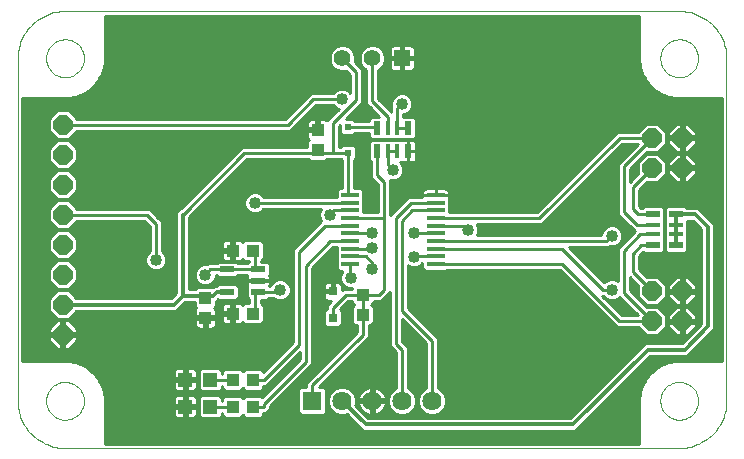
<source format=gtl>
G75*
G70*
%OFA0B0*%
%FSLAX24Y24*%
%IPPOS*%
%LPD*%
%AMOC8*
5,1,8,0,0,1.08239X$1,22.5*
%
%ADD10R,0.0591X0.0157*%
%ADD11R,0.0394X0.0433*%
%ADD12R,0.0640X0.0640*%
%ADD13C,0.0640*%
%ADD14OC8,0.0640*%
%ADD15R,0.0555X0.0555*%
%ADD16C,0.0555*%
%ADD17R,0.0472X0.0472*%
%ADD18R,0.0453X0.0173*%
%ADD19R,0.0453X0.0248*%
%ADD20R,0.0173X0.0453*%
%ADD21R,0.0248X0.0453*%
%ADD22R,0.0236X0.0236*%
%ADD23R,0.0315X0.0315*%
%ADD24R,0.0433X0.0394*%
%ADD25R,0.0472X0.0217*%
%ADD26C,0.0000*%
%ADD27C,0.0100*%
%ADD28C,0.0400*%
%ADD29C,0.0120*%
D10*
X015467Y009546D03*
X015467Y009802D03*
X015467Y010058D03*
X015467Y010314D03*
X015467Y010570D03*
X015467Y010826D03*
X015467Y011082D03*
X015467Y011338D03*
X015467Y011594D03*
X015467Y011850D03*
X018321Y011850D03*
X018321Y011594D03*
X018321Y011338D03*
X018321Y011082D03*
X018321Y010826D03*
X018321Y010570D03*
X018321Y010314D03*
X018321Y010058D03*
X018321Y009802D03*
X018321Y009546D03*
D11*
X014394Y013362D03*
X014394Y014032D03*
X010644Y008433D03*
X010644Y007763D03*
X011560Y005698D03*
X012229Y005698D03*
X012229Y004798D03*
X011560Y004798D03*
D12*
X014205Y004991D03*
D13*
X015205Y004991D03*
X016205Y004991D03*
X017205Y004991D03*
X018205Y004991D03*
D14*
X025548Y007641D03*
X026548Y007641D03*
X026548Y008641D03*
X025548Y008641D03*
X025548Y012759D03*
X026548Y012759D03*
X026548Y013759D03*
X025548Y013759D03*
X005895Y014200D03*
X005895Y013200D03*
X005895Y012200D03*
X005895Y011200D03*
X005895Y010200D03*
X005895Y009200D03*
X005895Y008200D03*
X005895Y007200D03*
D15*
X017214Y016409D03*
D16*
X016214Y016409D03*
X015214Y016409D03*
D17*
X010808Y005698D03*
X009981Y005698D03*
X009981Y004798D03*
X010808Y004798D03*
D18*
X025566Y010543D03*
X025566Y010858D03*
X026333Y010858D03*
X026333Y010543D03*
D19*
X026333Y010190D03*
X025566Y010190D03*
X025566Y011210D03*
X026333Y011210D03*
D20*
X017052Y013314D03*
X016737Y013314D03*
X016737Y014082D03*
X017052Y014082D03*
D21*
X017404Y014082D03*
X016384Y014082D03*
X016384Y013314D03*
X017404Y013314D03*
D22*
X015395Y013265D03*
X015395Y014131D03*
D23*
X014894Y008641D03*
X014894Y007755D03*
D24*
X015894Y007863D03*
X015894Y008532D03*
X012229Y007898D03*
X011560Y007898D03*
X011560Y009998D03*
X012229Y009998D03*
D25*
X012406Y009372D03*
X012406Y008998D03*
X012406Y008624D03*
X011383Y008624D03*
X011383Y009372D03*
D26*
X005969Y003417D02*
X026442Y003417D01*
X026442Y003416D02*
X026519Y003418D01*
X026596Y003424D01*
X026673Y003433D01*
X026749Y003446D01*
X026825Y003463D01*
X026899Y003484D01*
X026973Y003508D01*
X027045Y003536D01*
X027115Y003567D01*
X027184Y003602D01*
X027252Y003640D01*
X027317Y003681D01*
X027380Y003726D01*
X027441Y003774D01*
X027500Y003824D01*
X027556Y003877D01*
X027609Y003933D01*
X027659Y003992D01*
X027707Y004053D01*
X027752Y004116D01*
X027793Y004181D01*
X027831Y004249D01*
X027866Y004318D01*
X027897Y004388D01*
X027925Y004460D01*
X027949Y004534D01*
X027970Y004608D01*
X027987Y004684D01*
X028000Y004760D01*
X028009Y004837D01*
X028015Y004914D01*
X028017Y004991D01*
X028016Y004991D02*
X028016Y016409D01*
X028017Y016409D02*
X028015Y016486D01*
X028009Y016563D01*
X028000Y016640D01*
X027987Y016716D01*
X027970Y016792D01*
X027949Y016866D01*
X027925Y016940D01*
X027897Y017012D01*
X027866Y017082D01*
X027831Y017151D01*
X027793Y017219D01*
X027752Y017284D01*
X027707Y017347D01*
X027659Y017408D01*
X027609Y017467D01*
X027556Y017523D01*
X027500Y017576D01*
X027441Y017626D01*
X027380Y017674D01*
X027317Y017719D01*
X027252Y017760D01*
X027184Y017798D01*
X027115Y017833D01*
X027045Y017864D01*
X026973Y017892D01*
X026899Y017916D01*
X026825Y017937D01*
X026749Y017954D01*
X026673Y017967D01*
X026596Y017976D01*
X026519Y017982D01*
X026442Y017984D01*
X005969Y017984D01*
X005892Y017982D01*
X005815Y017976D01*
X005738Y017967D01*
X005662Y017954D01*
X005586Y017937D01*
X005512Y017916D01*
X005438Y017892D01*
X005366Y017864D01*
X005296Y017833D01*
X005227Y017798D01*
X005159Y017760D01*
X005094Y017719D01*
X005031Y017674D01*
X004970Y017626D01*
X004911Y017576D01*
X004855Y017523D01*
X004802Y017467D01*
X004752Y017408D01*
X004704Y017347D01*
X004659Y017284D01*
X004618Y017219D01*
X004580Y017151D01*
X004545Y017082D01*
X004514Y017012D01*
X004486Y016940D01*
X004462Y016866D01*
X004441Y016792D01*
X004424Y016716D01*
X004411Y016640D01*
X004402Y016563D01*
X004396Y016486D01*
X004394Y016409D01*
X004394Y004991D01*
X004396Y004914D01*
X004402Y004837D01*
X004411Y004760D01*
X004424Y004684D01*
X004441Y004608D01*
X004462Y004534D01*
X004486Y004460D01*
X004514Y004388D01*
X004545Y004318D01*
X004580Y004249D01*
X004618Y004181D01*
X004659Y004116D01*
X004704Y004053D01*
X004752Y003992D01*
X004802Y003933D01*
X004855Y003877D01*
X004911Y003824D01*
X004970Y003774D01*
X005031Y003726D01*
X005094Y003681D01*
X005159Y003640D01*
X005227Y003602D01*
X005296Y003567D01*
X005366Y003536D01*
X005438Y003508D01*
X005512Y003484D01*
X005586Y003463D01*
X005662Y003446D01*
X005738Y003433D01*
X005815Y003424D01*
X005892Y003418D01*
X005969Y003416D01*
X005892Y003418D01*
X005815Y003424D01*
X005738Y003433D01*
X005662Y003446D01*
X005586Y003463D01*
X005512Y003484D01*
X005438Y003508D01*
X005366Y003536D01*
X005296Y003567D01*
X005227Y003602D01*
X005159Y003640D01*
X005094Y003681D01*
X005031Y003726D01*
X004970Y003774D01*
X004911Y003824D01*
X004855Y003877D01*
X004802Y003933D01*
X004752Y003992D01*
X004704Y004053D01*
X004659Y004116D01*
X004618Y004181D01*
X004580Y004249D01*
X004545Y004318D01*
X004514Y004388D01*
X004486Y004460D01*
X004462Y004534D01*
X004441Y004608D01*
X004424Y004684D01*
X004411Y004760D01*
X004402Y004837D01*
X004396Y004914D01*
X004394Y004991D01*
X005339Y004991D02*
X005341Y005041D01*
X005347Y005091D01*
X005357Y005140D01*
X005371Y005188D01*
X005388Y005235D01*
X005409Y005280D01*
X005434Y005324D01*
X005462Y005365D01*
X005494Y005404D01*
X005528Y005441D01*
X005565Y005475D01*
X005605Y005505D01*
X005647Y005532D01*
X005691Y005556D01*
X005737Y005577D01*
X005784Y005593D01*
X005832Y005606D01*
X005882Y005615D01*
X005931Y005620D01*
X005982Y005621D01*
X006032Y005618D01*
X006081Y005611D01*
X006130Y005600D01*
X006178Y005585D01*
X006224Y005567D01*
X006269Y005545D01*
X006312Y005519D01*
X006353Y005490D01*
X006392Y005458D01*
X006428Y005423D01*
X006460Y005385D01*
X006490Y005345D01*
X006517Y005302D01*
X006540Y005258D01*
X006559Y005212D01*
X006575Y005164D01*
X006587Y005115D01*
X006595Y005066D01*
X006599Y005016D01*
X006599Y004966D01*
X006595Y004916D01*
X006587Y004867D01*
X006575Y004818D01*
X006559Y004770D01*
X006540Y004724D01*
X006517Y004680D01*
X006490Y004637D01*
X006460Y004597D01*
X006428Y004559D01*
X006392Y004524D01*
X006353Y004492D01*
X006312Y004463D01*
X006269Y004437D01*
X006224Y004415D01*
X006178Y004397D01*
X006130Y004382D01*
X006081Y004371D01*
X006032Y004364D01*
X005982Y004361D01*
X005931Y004362D01*
X005882Y004367D01*
X005832Y004376D01*
X005784Y004389D01*
X005737Y004405D01*
X005691Y004426D01*
X005647Y004450D01*
X005605Y004477D01*
X005565Y004507D01*
X005528Y004541D01*
X005494Y004578D01*
X005462Y004617D01*
X005434Y004658D01*
X005409Y004702D01*
X005388Y004747D01*
X005371Y004794D01*
X005357Y004842D01*
X005347Y004891D01*
X005341Y004941D01*
X005339Y004991D01*
X004394Y016409D02*
X004396Y016486D01*
X004402Y016563D01*
X004411Y016640D01*
X004424Y016716D01*
X004441Y016792D01*
X004462Y016866D01*
X004486Y016940D01*
X004514Y017012D01*
X004545Y017082D01*
X004580Y017151D01*
X004618Y017219D01*
X004659Y017284D01*
X004704Y017347D01*
X004752Y017408D01*
X004802Y017467D01*
X004855Y017523D01*
X004911Y017576D01*
X004970Y017626D01*
X005031Y017674D01*
X005094Y017719D01*
X005159Y017760D01*
X005227Y017798D01*
X005296Y017833D01*
X005366Y017864D01*
X005438Y017892D01*
X005512Y017916D01*
X005586Y017937D01*
X005662Y017954D01*
X005738Y017967D01*
X005815Y017976D01*
X005892Y017982D01*
X005969Y017984D01*
X005339Y016409D02*
X005341Y016459D01*
X005347Y016509D01*
X005357Y016558D01*
X005371Y016606D01*
X005388Y016653D01*
X005409Y016698D01*
X005434Y016742D01*
X005462Y016783D01*
X005494Y016822D01*
X005528Y016859D01*
X005565Y016893D01*
X005605Y016923D01*
X005647Y016950D01*
X005691Y016974D01*
X005737Y016995D01*
X005784Y017011D01*
X005832Y017024D01*
X005882Y017033D01*
X005931Y017038D01*
X005982Y017039D01*
X006032Y017036D01*
X006081Y017029D01*
X006130Y017018D01*
X006178Y017003D01*
X006224Y016985D01*
X006269Y016963D01*
X006312Y016937D01*
X006353Y016908D01*
X006392Y016876D01*
X006428Y016841D01*
X006460Y016803D01*
X006490Y016763D01*
X006517Y016720D01*
X006540Y016676D01*
X006559Y016630D01*
X006575Y016582D01*
X006587Y016533D01*
X006595Y016484D01*
X006599Y016434D01*
X006599Y016384D01*
X006595Y016334D01*
X006587Y016285D01*
X006575Y016236D01*
X006559Y016188D01*
X006540Y016142D01*
X006517Y016098D01*
X006490Y016055D01*
X006460Y016015D01*
X006428Y015977D01*
X006392Y015942D01*
X006353Y015910D01*
X006312Y015881D01*
X006269Y015855D01*
X006224Y015833D01*
X006178Y015815D01*
X006130Y015800D01*
X006081Y015789D01*
X006032Y015782D01*
X005982Y015779D01*
X005931Y015780D01*
X005882Y015785D01*
X005832Y015794D01*
X005784Y015807D01*
X005737Y015823D01*
X005691Y015844D01*
X005647Y015868D01*
X005605Y015895D01*
X005565Y015925D01*
X005528Y015959D01*
X005494Y015996D01*
X005462Y016035D01*
X005434Y016076D01*
X005409Y016120D01*
X005388Y016165D01*
X005371Y016212D01*
X005357Y016260D01*
X005347Y016309D01*
X005341Y016359D01*
X005339Y016409D01*
X026442Y017984D02*
X026519Y017982D01*
X026596Y017976D01*
X026673Y017967D01*
X026749Y017954D01*
X026825Y017937D01*
X026899Y017916D01*
X026973Y017892D01*
X027045Y017864D01*
X027115Y017833D01*
X027184Y017798D01*
X027252Y017760D01*
X027317Y017719D01*
X027380Y017674D01*
X027441Y017626D01*
X027500Y017576D01*
X027556Y017523D01*
X027609Y017467D01*
X027659Y017408D01*
X027707Y017347D01*
X027752Y017284D01*
X027793Y017219D01*
X027831Y017151D01*
X027866Y017082D01*
X027897Y017012D01*
X027925Y016940D01*
X027949Y016866D01*
X027970Y016792D01*
X027987Y016716D01*
X028000Y016640D01*
X028009Y016563D01*
X028015Y016486D01*
X028017Y016409D01*
X025812Y016409D02*
X025814Y016459D01*
X025820Y016509D01*
X025830Y016558D01*
X025844Y016606D01*
X025861Y016653D01*
X025882Y016698D01*
X025907Y016742D01*
X025935Y016783D01*
X025967Y016822D01*
X026001Y016859D01*
X026038Y016893D01*
X026078Y016923D01*
X026120Y016950D01*
X026164Y016974D01*
X026210Y016995D01*
X026257Y017011D01*
X026305Y017024D01*
X026355Y017033D01*
X026404Y017038D01*
X026455Y017039D01*
X026505Y017036D01*
X026554Y017029D01*
X026603Y017018D01*
X026651Y017003D01*
X026697Y016985D01*
X026742Y016963D01*
X026785Y016937D01*
X026826Y016908D01*
X026865Y016876D01*
X026901Y016841D01*
X026933Y016803D01*
X026963Y016763D01*
X026990Y016720D01*
X027013Y016676D01*
X027032Y016630D01*
X027048Y016582D01*
X027060Y016533D01*
X027068Y016484D01*
X027072Y016434D01*
X027072Y016384D01*
X027068Y016334D01*
X027060Y016285D01*
X027048Y016236D01*
X027032Y016188D01*
X027013Y016142D01*
X026990Y016098D01*
X026963Y016055D01*
X026933Y016015D01*
X026901Y015977D01*
X026865Y015942D01*
X026826Y015910D01*
X026785Y015881D01*
X026742Y015855D01*
X026697Y015833D01*
X026651Y015815D01*
X026603Y015800D01*
X026554Y015789D01*
X026505Y015782D01*
X026455Y015779D01*
X026404Y015780D01*
X026355Y015785D01*
X026305Y015794D01*
X026257Y015807D01*
X026210Y015823D01*
X026164Y015844D01*
X026120Y015868D01*
X026078Y015895D01*
X026038Y015925D01*
X026001Y015959D01*
X025967Y015996D01*
X025935Y016035D01*
X025907Y016076D01*
X025882Y016120D01*
X025861Y016165D01*
X025844Y016212D01*
X025830Y016260D01*
X025820Y016309D01*
X025814Y016359D01*
X025812Y016409D01*
X028017Y004991D02*
X028015Y004914D01*
X028009Y004837D01*
X028000Y004760D01*
X027987Y004684D01*
X027970Y004608D01*
X027949Y004534D01*
X027925Y004460D01*
X027897Y004388D01*
X027866Y004318D01*
X027831Y004249D01*
X027793Y004181D01*
X027752Y004116D01*
X027707Y004053D01*
X027659Y003992D01*
X027609Y003933D01*
X027556Y003877D01*
X027500Y003824D01*
X027441Y003774D01*
X027380Y003726D01*
X027317Y003681D01*
X027252Y003640D01*
X027184Y003602D01*
X027115Y003567D01*
X027045Y003536D01*
X026973Y003508D01*
X026899Y003484D01*
X026825Y003463D01*
X026749Y003446D01*
X026673Y003433D01*
X026596Y003424D01*
X026519Y003418D01*
X026442Y003416D01*
X025812Y004991D02*
X025814Y005041D01*
X025820Y005091D01*
X025830Y005140D01*
X025844Y005188D01*
X025861Y005235D01*
X025882Y005280D01*
X025907Y005324D01*
X025935Y005365D01*
X025967Y005404D01*
X026001Y005441D01*
X026038Y005475D01*
X026078Y005505D01*
X026120Y005532D01*
X026164Y005556D01*
X026210Y005577D01*
X026257Y005593D01*
X026305Y005606D01*
X026355Y005615D01*
X026404Y005620D01*
X026455Y005621D01*
X026505Y005618D01*
X026554Y005611D01*
X026603Y005600D01*
X026651Y005585D01*
X026697Y005567D01*
X026742Y005545D01*
X026785Y005519D01*
X026826Y005490D01*
X026865Y005458D01*
X026901Y005423D01*
X026933Y005385D01*
X026963Y005345D01*
X026990Y005302D01*
X027013Y005258D01*
X027032Y005212D01*
X027048Y005164D01*
X027060Y005115D01*
X027068Y005066D01*
X027072Y005016D01*
X027072Y004966D01*
X027068Y004916D01*
X027060Y004867D01*
X027048Y004818D01*
X027032Y004770D01*
X027013Y004724D01*
X026990Y004680D01*
X026963Y004637D01*
X026933Y004597D01*
X026901Y004559D01*
X026865Y004524D01*
X026826Y004492D01*
X026785Y004463D01*
X026742Y004437D01*
X026697Y004415D01*
X026651Y004397D01*
X026603Y004382D01*
X026554Y004371D01*
X026505Y004364D01*
X026455Y004361D01*
X026404Y004362D01*
X026355Y004367D01*
X026305Y004376D01*
X026257Y004389D01*
X026210Y004405D01*
X026164Y004426D01*
X026120Y004450D01*
X026078Y004477D01*
X026038Y004507D01*
X026001Y004541D01*
X025967Y004578D01*
X025935Y004617D01*
X025907Y004658D01*
X025882Y004702D01*
X025861Y004747D01*
X025844Y004794D01*
X025830Y004842D01*
X025820Y004891D01*
X025814Y004941D01*
X025812Y004991D01*
D27*
X025115Y005058D02*
X025110Y005054D01*
X025110Y004997D01*
X025106Y004940D01*
X025110Y004936D01*
X025110Y003567D01*
X007300Y003567D01*
X007300Y004936D01*
X007304Y004940D01*
X007300Y004997D01*
X007300Y005054D01*
X007296Y005058D01*
X007291Y005120D01*
X007298Y005131D01*
X007287Y005181D01*
X007283Y005232D01*
X007274Y005240D01*
X007260Y005307D01*
X007265Y005318D01*
X007247Y005366D01*
X007236Y005417D01*
X007225Y005423D01*
X007201Y005488D01*
X007205Y005499D01*
X007180Y005544D01*
X007162Y005593D01*
X007151Y005598D01*
X007118Y005658D01*
X007120Y005670D01*
X007089Y005711D01*
X007065Y005756D01*
X007053Y005760D01*
X007012Y005815D01*
X007012Y005827D01*
X006975Y005863D01*
X006945Y005905D01*
X006932Y005906D01*
X006884Y005955D01*
X006882Y005967D01*
X006841Y005998D01*
X006805Y006034D01*
X006792Y006034D01*
X006737Y006075D01*
X006734Y006087D01*
X006689Y006111D01*
X006648Y006142D01*
X006636Y006141D01*
X006575Y006174D01*
X006570Y006185D01*
X006522Y006203D01*
X006477Y006227D01*
X006465Y006224D01*
X006401Y006248D01*
X006394Y006258D01*
X006344Y006269D01*
X006296Y006287D01*
X006285Y006282D01*
X006218Y006296D01*
X006210Y006306D01*
X006159Y006309D01*
X006108Y006320D01*
X006098Y006314D01*
X006036Y006318D01*
X006031Y006323D01*
X005975Y006323D01*
X005918Y006327D01*
X005913Y006323D01*
X004544Y006323D01*
X004544Y015078D01*
X005913Y015078D01*
X005918Y015074D01*
X005975Y015078D01*
X006031Y015078D01*
X006036Y015082D01*
X006098Y015087D01*
X006108Y015080D01*
X006158Y015091D01*
X006210Y015095D01*
X006218Y015104D01*
X006285Y015118D01*
X006296Y015113D01*
X006344Y015131D01*
X006394Y015142D01*
X006401Y015152D01*
X006465Y015176D01*
X006477Y015173D01*
X006522Y015198D01*
X006570Y015216D01*
X006575Y015227D01*
X006636Y015260D01*
X006648Y015258D01*
X006689Y015289D01*
X006734Y015313D01*
X006737Y015325D01*
X006792Y015366D01*
X006805Y015366D01*
X006841Y015403D01*
X006882Y015433D01*
X006884Y015445D01*
X006932Y015494D01*
X006945Y015496D01*
X006975Y015537D01*
X007012Y015573D01*
X007012Y015585D01*
X007053Y015640D01*
X007065Y015644D01*
X007089Y015689D01*
X007120Y015730D01*
X007118Y015742D01*
X007151Y015802D01*
X007162Y015808D01*
X007180Y015856D01*
X007205Y015901D01*
X007201Y015913D01*
X007225Y015977D01*
X007236Y015983D01*
X007247Y016034D01*
X007265Y016082D01*
X007260Y016093D01*
X007274Y016160D01*
X007283Y016168D01*
X007287Y016219D01*
X007298Y016270D01*
X007291Y016280D01*
X007296Y016342D01*
X007300Y016347D01*
X007300Y016403D01*
X007304Y016460D01*
X007300Y016465D01*
X007300Y017834D01*
X025110Y017834D01*
X025110Y016465D01*
X025106Y016460D01*
X025110Y016403D01*
X025110Y016347D01*
X025115Y016342D01*
X025119Y016280D01*
X025113Y016270D01*
X025124Y016219D01*
X025127Y016168D01*
X025137Y016160D01*
X025151Y016093D01*
X025146Y016082D01*
X025164Y016034D01*
X025175Y015983D01*
X025185Y015977D01*
X025209Y015913D01*
X025206Y015901D01*
X025230Y015856D01*
X025248Y015808D01*
X025259Y015802D01*
X025292Y015742D01*
X025291Y015730D01*
X025321Y015689D01*
X025346Y015644D01*
X025358Y015640D01*
X025399Y015585D01*
X025399Y015573D01*
X025435Y015537D01*
X025466Y015496D01*
X025478Y015494D01*
X025527Y015445D01*
X025528Y015433D01*
X025570Y015403D01*
X025606Y015366D01*
X025618Y015366D01*
X025673Y015325D01*
X025677Y015313D01*
X025722Y015289D01*
X025763Y015258D01*
X025775Y015260D01*
X025835Y015227D01*
X025840Y015216D01*
X025889Y015198D01*
X025934Y015173D01*
X025945Y015176D01*
X026010Y015152D01*
X026016Y015142D01*
X026067Y015131D01*
X026115Y015113D01*
X026126Y015118D01*
X026193Y015104D01*
X026201Y015095D01*
X026252Y015091D01*
X026302Y015080D01*
X026313Y015087D01*
X026375Y015082D01*
X026379Y015078D01*
X026436Y015078D01*
X026493Y015074D01*
X026497Y015078D01*
X027866Y015078D01*
X027866Y006323D01*
X026497Y006323D01*
X026493Y006327D01*
X026436Y006323D01*
X026379Y006323D01*
X026375Y006318D01*
X026313Y006314D01*
X026302Y006320D01*
X026252Y006309D01*
X026201Y006306D01*
X026193Y006296D01*
X026126Y006282D01*
X026115Y006287D01*
X026067Y006269D01*
X026016Y006258D01*
X026010Y006248D01*
X025945Y006224D01*
X025934Y006227D01*
X025888Y006203D01*
X025840Y006185D01*
X025835Y006174D01*
X025775Y006141D01*
X025763Y006142D01*
X025722Y006112D01*
X025677Y006087D01*
X025673Y006075D01*
X025618Y006034D01*
X025606Y006034D01*
X025570Y005998D01*
X025528Y005967D01*
X025527Y005955D01*
X025478Y005906D01*
X025466Y005905D01*
X025435Y005864D01*
X025399Y005827D01*
X025399Y005815D01*
X025358Y005760D01*
X025346Y005756D01*
X025321Y005711D01*
X025291Y005670D01*
X025292Y005658D01*
X025259Y005598D01*
X025248Y005593D01*
X025230Y005545D01*
X025206Y005499D01*
X025209Y005488D01*
X025185Y005423D01*
X025175Y005417D01*
X025164Y005366D01*
X025146Y005318D01*
X025151Y005307D01*
X025137Y005240D01*
X025127Y005232D01*
X025124Y005181D01*
X025113Y005131D01*
X025119Y005120D01*
X025115Y005058D01*
X025117Y005092D02*
X024083Y005092D01*
X024182Y005190D02*
X025124Y005190D01*
X025147Y005289D02*
X024280Y005289D01*
X024379Y005388D02*
X025169Y005388D01*
X025209Y005486D02*
X024477Y005486D01*
X024576Y005585D02*
X025245Y005585D01*
X025300Y005683D02*
X024674Y005683D01*
X024773Y005782D02*
X025374Y005782D01*
X025448Y005880D02*
X024871Y005880D01*
X024970Y005979D02*
X025544Y005979D01*
X025674Y006077D02*
X025069Y006077D01*
X025167Y006176D02*
X025836Y006176D01*
X026081Y006274D02*
X025266Y006274D01*
X025364Y006373D02*
X027866Y006373D01*
X027866Y006472D02*
X025463Y006472D01*
X025479Y006488D02*
X026535Y006488D01*
X026709Y006488D01*
X027604Y007383D01*
X027604Y007557D01*
X027604Y010885D01*
X027481Y011008D01*
X027130Y011359D01*
X027072Y011417D01*
X027072Y011417D01*
X027071Y011418D01*
X026979Y011418D01*
X026687Y011419D01*
X026622Y011484D01*
X026045Y011484D01*
X025957Y011396D01*
X025957Y011024D01*
X025966Y011015D01*
X025957Y011006D01*
X025957Y010709D01*
X025942Y010709D01*
X025942Y011006D01*
X025933Y011015D01*
X025942Y011024D01*
X025942Y011396D01*
X025854Y011484D01*
X025277Y011484D01*
X025201Y011408D01*
X025167Y011408D01*
X025094Y011481D01*
X025094Y012023D01*
X025361Y012289D01*
X025743Y012289D01*
X026018Y012565D01*
X026018Y012954D01*
X025743Y013229D01*
X025353Y013229D01*
X025078Y012954D01*
X025078Y012572D01*
X024794Y012288D01*
X024794Y012723D01*
X025361Y013289D01*
X025743Y013289D01*
X026018Y013565D01*
X026018Y013954D01*
X025743Y014229D01*
X025353Y014229D01*
X025083Y013959D01*
X024538Y013959D01*
X024373Y013959D01*
X021695Y011282D01*
X018767Y011282D01*
X018767Y011453D01*
X018767Y011734D01*
X018763Y011738D01*
X018767Y011751D01*
X018767Y011849D01*
X018322Y011849D01*
X018322Y011850D01*
X018767Y011850D01*
X018767Y011948D01*
X018756Y011986D01*
X018737Y012020D01*
X018709Y012048D01*
X018675Y012068D01*
X018636Y012078D01*
X018322Y012078D01*
X018322Y011850D01*
X018321Y011850D01*
X018321Y012078D01*
X018006Y012078D01*
X017968Y012068D01*
X017934Y012048D01*
X017906Y012020D01*
X017886Y011986D01*
X017876Y011948D01*
X017876Y011850D01*
X018321Y011850D01*
X018321Y011849D01*
X017876Y011849D01*
X017876Y011794D01*
X017407Y011794D01*
X017290Y011676D01*
X016911Y011298D01*
X016794Y011181D01*
X016794Y012215D01*
X016794Y012361D01*
X016825Y012348D01*
X016964Y012348D01*
X017093Y012401D01*
X017191Y012500D01*
X017244Y012628D01*
X017244Y012768D01*
X017191Y012896D01*
X017149Y012938D01*
X017201Y012938D01*
X017215Y012952D01*
X017222Y012948D01*
X017260Y012938D01*
X017392Y012938D01*
X017392Y013302D01*
X017416Y013302D01*
X017416Y012938D01*
X017548Y012938D01*
X017586Y012948D01*
X017620Y012968D01*
X017648Y012996D01*
X017668Y013030D01*
X017678Y013068D01*
X017678Y013302D01*
X017416Y013302D01*
X017416Y013326D01*
X017392Y013326D01*
X017392Y013690D01*
X017260Y013690D01*
X017222Y013680D01*
X017215Y013676D01*
X017201Y013690D01*
X016903Y013690D01*
X016894Y013682D01*
X016886Y013690D01*
X016588Y013690D01*
X016579Y013682D01*
X016571Y013690D01*
X016198Y013690D01*
X016110Y013603D01*
X016110Y013026D01*
X016184Y012952D01*
X016184Y012591D01*
X016184Y012425D01*
X016394Y012215D01*
X016394Y011282D01*
X015912Y011282D01*
X015912Y011479D01*
X015912Y011734D01*
X015912Y011990D01*
X016394Y011990D01*
X016394Y012089D02*
X015594Y012089D01*
X015594Y012078D02*
X015594Y012115D01*
X015595Y012115D01*
X015595Y012281D01*
X015595Y013017D01*
X015663Y013085D01*
X015663Y013445D01*
X015575Y013533D01*
X015214Y013533D01*
X015127Y013446D01*
X015094Y013446D01*
X015094Y014153D01*
X015126Y014185D01*
X015126Y013951D01*
X015214Y013863D01*
X015575Y013863D01*
X015643Y013931D01*
X016110Y013931D01*
X016110Y013793D01*
X016198Y013705D01*
X016571Y013705D01*
X016579Y013714D01*
X016588Y013705D01*
X016886Y013705D01*
X016894Y013714D01*
X016903Y013705D01*
X017201Y013705D01*
X017209Y013714D01*
X017218Y013705D01*
X017590Y013705D01*
X017678Y013793D01*
X017678Y014370D01*
X017590Y014458D01*
X017252Y014458D01*
X017252Y014548D01*
X017264Y014548D01*
X017393Y014601D01*
X017491Y014700D01*
X017544Y014828D01*
X017544Y014968D01*
X017491Y015096D01*
X017393Y015195D01*
X017264Y015248D01*
X017125Y015248D01*
X016996Y015195D01*
X016898Y015096D01*
X016844Y014968D01*
X016844Y014828D01*
X016852Y014810D01*
X016852Y014673D01*
X016852Y014623D01*
X016820Y014655D01*
X016820Y014655D01*
X016414Y015061D01*
X016414Y016029D01*
X016456Y016046D01*
X016577Y016167D01*
X016642Y016324D01*
X016642Y016494D01*
X016577Y016651D01*
X016456Y016771D01*
X016299Y016836D01*
X016129Y016836D01*
X015972Y016771D01*
X015852Y016651D01*
X015787Y016494D01*
X015787Y016324D01*
X015852Y016167D01*
X015972Y016046D01*
X016014Y016029D01*
X016014Y014895D01*
X016131Y014778D01*
X016131Y014778D01*
X016451Y014458D01*
X016198Y014458D01*
X016110Y014370D01*
X016110Y014331D01*
X015643Y014331D01*
X015575Y014399D01*
X015340Y014399D01*
X015763Y014822D01*
X015763Y014822D01*
X015880Y014939D01*
X015880Y016026D01*
X015763Y016143D01*
X015624Y016282D01*
X015642Y016324D01*
X015642Y016494D01*
X015577Y016651D01*
X015456Y016771D01*
X015299Y016836D01*
X015129Y016836D01*
X014972Y016771D01*
X014852Y016651D01*
X014787Y016494D01*
X014787Y016324D01*
X014852Y016167D01*
X014972Y016046D01*
X015129Y015981D01*
X015299Y015981D01*
X015341Y015999D01*
X015480Y015860D01*
X015480Y015257D01*
X015393Y015345D01*
X015264Y015398D01*
X015125Y015398D01*
X014996Y015345D01*
X014899Y015248D01*
X014161Y015248D01*
X014044Y015131D01*
X013311Y014398D01*
X006360Y014400D01*
X006090Y014670D01*
X005701Y014670D01*
X005425Y014395D01*
X005425Y014005D01*
X005701Y013730D01*
X006090Y013730D01*
X006360Y014000D01*
X013311Y013998D01*
X013348Y013998D01*
X013477Y013998D01*
X013477Y013998D01*
X013477Y013998D01*
X014327Y014848D01*
X014899Y014848D01*
X014996Y014751D01*
X015088Y014713D01*
X014811Y014436D01*
X014713Y014337D01*
X014711Y014340D01*
X014683Y014368D01*
X014649Y014388D01*
X014611Y014398D01*
X014443Y014398D01*
X014443Y014080D01*
X014346Y014080D01*
X014346Y013983D01*
X014048Y013983D01*
X014048Y013795D01*
X014058Y013757D01*
X014078Y013723D01*
X014104Y013697D01*
X014048Y013641D01*
X014048Y013446D01*
X011859Y013446D01*
X011742Y013329D01*
X009821Y011408D01*
X009807Y011408D01*
X009684Y011285D01*
X009684Y008585D01*
X009507Y008408D01*
X006350Y008410D01*
X006090Y008670D01*
X005701Y008670D01*
X005425Y008395D01*
X005425Y008005D01*
X005701Y007730D01*
X006090Y007730D01*
X006350Y007990D01*
X009507Y007988D01*
X009507Y007988D01*
X009615Y007988D01*
X009681Y007988D01*
X009681Y007988D01*
X009681Y007988D01*
X009743Y008050D01*
X009804Y008111D01*
X009981Y008288D01*
X009981Y008288D01*
X010297Y008288D01*
X010297Y008154D01*
X010353Y008098D01*
X010327Y008072D01*
X010308Y008038D01*
X010297Y008000D01*
X010297Y007812D01*
X010596Y007812D01*
X010596Y007715D01*
X010693Y007715D01*
X010693Y007812D01*
X010991Y007812D01*
X010991Y008000D01*
X010981Y008038D01*
X010961Y008072D01*
X010935Y008098D01*
X010991Y008154D01*
X010991Y008298D01*
X011072Y008378D01*
X011084Y008366D01*
X011681Y008366D01*
X011769Y008454D01*
X011769Y008794D01*
X011681Y008882D01*
X011084Y008882D01*
X011036Y008834D01*
X010933Y008834D01*
X010899Y008799D01*
X010385Y008799D01*
X010297Y008711D01*
X010297Y008708D01*
X010104Y008708D01*
X010104Y011125D01*
X012025Y013046D01*
X014086Y013046D01*
X014135Y012996D01*
X014653Y012996D01*
X014703Y013046D01*
X014811Y013046D01*
X014977Y013046D01*
X015165Y013046D01*
X015195Y013017D01*
X015195Y012281D01*
X015194Y012281D01*
X015194Y012115D01*
X015194Y012078D01*
X015110Y012078D01*
X015022Y011990D01*
X010969Y011990D01*
X010871Y011891D02*
X012093Y011891D01*
X012096Y011895D02*
X011998Y011796D01*
X011944Y011668D01*
X011944Y011528D01*
X011998Y011400D01*
X012096Y011301D01*
X012225Y011248D01*
X012364Y011248D01*
X012493Y011301D01*
X012586Y011395D01*
X012606Y011395D01*
X012607Y011394D01*
X012688Y011394D01*
X012771Y011393D01*
X012772Y011394D01*
X014497Y011394D01*
X014444Y011268D01*
X014444Y011128D01*
X014498Y011000D01*
X014505Y010992D01*
X013677Y010163D01*
X013560Y010046D01*
X013560Y006946D01*
X012576Y005962D01*
X012576Y005977D01*
X012488Y006064D01*
X011970Y006064D01*
X011894Y005989D01*
X011819Y006064D01*
X011301Y006064D01*
X011213Y005977D01*
X011213Y005898D01*
X011194Y005898D01*
X011194Y005996D01*
X011106Y006084D01*
X010509Y006084D01*
X010421Y005996D01*
X010421Y005400D01*
X010509Y005312D01*
X011106Y005312D01*
X011194Y005400D01*
X011194Y005498D01*
X011213Y005498D01*
X011213Y005419D01*
X011301Y005331D01*
X011819Y005331D01*
X011894Y005407D01*
X011970Y005331D01*
X012488Y005331D01*
X012576Y005419D01*
X012576Y005498D01*
X012677Y005498D01*
X013794Y006614D01*
X013794Y006380D01*
X012533Y005119D01*
X012488Y005164D01*
X011970Y005164D01*
X011894Y005089D01*
X011819Y005164D01*
X011301Y005164D01*
X011213Y005077D01*
X011213Y004998D01*
X011194Y004998D01*
X011194Y005096D01*
X011106Y005184D01*
X010509Y005184D01*
X010421Y005096D01*
X010421Y004500D01*
X010509Y004412D01*
X011106Y004412D01*
X011194Y004500D01*
X011194Y004598D01*
X011213Y004598D01*
X011213Y004519D01*
X011301Y004431D01*
X011819Y004431D01*
X011894Y004507D01*
X011970Y004431D01*
X012488Y004431D01*
X012576Y004519D01*
X012576Y004598D01*
X012677Y004598D01*
X012794Y004715D01*
X012794Y004815D01*
X014076Y006097D01*
X014194Y006214D01*
X014194Y009414D01*
X014893Y010114D01*
X015022Y010114D01*
X015022Y009943D01*
X015022Y009687D01*
X015022Y009405D01*
X015110Y009318D01*
X015219Y009318D01*
X015198Y009296D01*
X015144Y009168D01*
X015144Y009028D01*
X015198Y008900D01*
X015296Y008801D01*
X015425Y008748D01*
X015527Y008748D01*
X015527Y008732D01*
X015411Y008732D01*
X015245Y008732D01*
X015202Y008688D01*
X015202Y008818D01*
X015191Y008857D01*
X015172Y008891D01*
X015144Y008919D01*
X015110Y008938D01*
X015071Y008949D01*
X014923Y008949D01*
X014923Y008670D01*
X014865Y008670D01*
X014865Y008612D01*
X014587Y008612D01*
X014587Y008464D01*
X014597Y008426D01*
X014617Y008392D01*
X014645Y008364D01*
X014679Y008344D01*
X014194Y008344D01*
X014194Y008442D02*
X014592Y008442D01*
X014587Y008541D02*
X014194Y008541D01*
X014194Y008639D02*
X014865Y008639D01*
X014865Y008670D02*
X014587Y008670D01*
X014587Y008818D01*
X014597Y008857D01*
X014617Y008891D01*
X014645Y008919D01*
X014679Y008938D01*
X014717Y008949D01*
X014865Y008949D01*
X014865Y008670D01*
X014865Y008738D02*
X014923Y008738D01*
X014923Y008837D02*
X014865Y008837D01*
X014865Y008935D02*
X014923Y008935D01*
X015115Y008935D02*
X015183Y008935D01*
X015197Y008837D02*
X015261Y008837D01*
X015202Y008738D02*
X015527Y008738D01*
X015328Y008532D02*
X014894Y008098D01*
X014894Y007756D01*
X014894Y007755D01*
X014587Y007753D02*
X014194Y007753D01*
X014194Y007851D02*
X014587Y007851D01*
X014587Y007950D02*
X014194Y007950D01*
X014194Y008048D02*
X014660Y008048D01*
X014675Y008063D02*
X014587Y007975D01*
X014587Y007536D01*
X014675Y007448D01*
X015114Y007448D01*
X015202Y007536D01*
X015202Y007975D01*
X015128Y008049D01*
X015411Y008332D01*
X015527Y008332D01*
X015527Y008273D01*
X015603Y008197D01*
X015527Y008122D01*
X015527Y007604D01*
X015615Y007516D01*
X015694Y007516D01*
X015694Y007281D01*
X014005Y005592D01*
X014005Y005461D01*
X013823Y005461D01*
X013735Y005374D01*
X013735Y004609D01*
X013823Y004521D01*
X014587Y004521D01*
X014675Y004609D01*
X014675Y005374D01*
X014587Y005461D01*
X014441Y005461D01*
X016094Y007115D01*
X016094Y007281D01*
X016094Y007516D01*
X016172Y007516D01*
X016260Y007604D01*
X016260Y008122D01*
X016185Y008197D01*
X016260Y008273D01*
X016260Y008332D01*
X016347Y008332D01*
X016513Y008332D01*
X016794Y008613D01*
X016794Y006981D01*
X016794Y006815D01*
X017005Y006604D01*
X017005Y005417D01*
X016939Y005390D01*
X016807Y005258D01*
X016735Y005085D01*
X016735Y004898D01*
X016807Y004725D01*
X016939Y004593D01*
X017112Y004521D01*
X017299Y004521D01*
X017472Y004593D01*
X017604Y004725D01*
X017675Y004898D01*
X017675Y005085D01*
X017604Y005258D01*
X017472Y005390D01*
X017405Y005417D01*
X017405Y006604D01*
X017405Y006770D01*
X017194Y006981D01*
X017194Y007715D01*
X018005Y006904D01*
X018005Y005417D01*
X017939Y005390D01*
X017807Y005258D01*
X017735Y005085D01*
X017735Y004898D01*
X017807Y004725D01*
X017939Y004593D01*
X018112Y004521D01*
X018299Y004521D01*
X018472Y004593D01*
X018604Y004725D01*
X018675Y004898D01*
X018675Y005085D01*
X018604Y005258D01*
X018472Y005390D01*
X018405Y005417D01*
X018405Y006904D01*
X018405Y007070D01*
X017394Y008081D01*
X017394Y009503D01*
X017396Y009501D01*
X017525Y009448D01*
X017664Y009448D01*
X017793Y009501D01*
X017876Y009585D01*
X017876Y009405D01*
X017964Y009318D01*
X018679Y009318D01*
X018708Y009346D01*
X022463Y009346D01*
X024368Y007441D01*
X024534Y007441D01*
X025083Y007441D01*
X025353Y007171D01*
X025743Y007171D01*
X026018Y007446D01*
X026018Y007836D01*
X025743Y008111D01*
X025361Y008111D01*
X024794Y008677D01*
X024794Y009112D01*
X025078Y008828D01*
X025078Y008446D01*
X025353Y008171D01*
X025743Y008171D01*
X026018Y008446D01*
X026018Y008836D01*
X025743Y009111D01*
X025361Y009111D01*
X025094Y009377D01*
X025094Y009815D01*
X025236Y009957D01*
X025277Y009916D01*
X025854Y009916D01*
X025942Y010004D01*
X025942Y010376D01*
X025933Y010385D01*
X025942Y010394D01*
X025942Y010691D01*
X025933Y010700D01*
X025942Y010709D01*
X025957Y010709D02*
X025966Y010700D01*
X025957Y010691D01*
X025957Y010394D01*
X025966Y010385D01*
X025957Y010376D01*
X025957Y010004D01*
X026045Y009916D01*
X026622Y009916D01*
X026710Y010004D01*
X026710Y010376D01*
X026701Y010385D01*
X026710Y010394D01*
X026710Y010691D01*
X026701Y010700D01*
X026710Y010709D01*
X027184Y010709D01*
X027184Y010711D02*
X027184Y007557D01*
X026535Y006908D01*
X025479Y006908D01*
X025305Y006908D01*
X022811Y004414D01*
X016080Y004414D01*
X015652Y004842D01*
X015675Y004898D01*
X015675Y005085D01*
X015604Y005258D01*
X015472Y005390D01*
X015299Y005461D01*
X015112Y005461D01*
X014939Y005390D01*
X014807Y005258D01*
X014735Y005085D01*
X014735Y004898D01*
X014807Y004725D01*
X014939Y004593D01*
X015112Y004521D01*
X015299Y004521D01*
X015355Y004545D01*
X015906Y003994D01*
X016080Y003994D01*
X022985Y003994D01*
X023108Y004117D01*
X025479Y006488D01*
X025164Y006767D02*
X018405Y006767D01*
X018405Y006669D02*
X025066Y006669D01*
X024967Y006570D02*
X018405Y006570D01*
X018405Y006472D02*
X024869Y006472D01*
X024770Y006373D02*
X018405Y006373D01*
X018405Y006274D02*
X024672Y006274D01*
X024573Y006176D02*
X018405Y006176D01*
X018405Y006077D02*
X024475Y006077D01*
X024376Y005979D02*
X018405Y005979D01*
X018405Y005880D02*
X024277Y005880D01*
X024179Y005782D02*
X018405Y005782D01*
X018405Y005683D02*
X024080Y005683D01*
X023982Y005585D02*
X018405Y005585D01*
X018405Y005486D02*
X023883Y005486D01*
X023785Y005388D02*
X018474Y005388D01*
X018572Y005289D02*
X023686Y005289D01*
X023588Y005190D02*
X018632Y005190D01*
X018672Y005092D02*
X023489Y005092D01*
X023391Y004993D02*
X018675Y004993D01*
X018674Y004895D02*
X023292Y004895D01*
X023194Y004796D02*
X018633Y004796D01*
X018576Y004698D02*
X023095Y004698D01*
X022996Y004599D02*
X018478Y004599D01*
X018205Y004991D02*
X018205Y006987D01*
X017194Y007998D01*
X017194Y010998D01*
X017534Y011338D01*
X018321Y011338D01*
X018321Y011594D02*
X017490Y011594D01*
X016994Y011098D01*
X016994Y006898D01*
X017205Y006687D01*
X017205Y004991D01*
X016777Y004796D02*
X016633Y004796D01*
X016641Y004811D02*
X016664Y004881D01*
X016673Y004941D01*
X016256Y004941D01*
X016256Y005041D01*
X016673Y005041D01*
X016664Y005102D01*
X016641Y005172D01*
X016607Y005238D01*
X016564Y005298D01*
X016511Y005350D01*
X016452Y005393D01*
X016386Y005427D01*
X016315Y005450D01*
X016255Y005459D01*
X016255Y005042D01*
X016155Y005042D01*
X016155Y005459D01*
X016095Y005450D01*
X016025Y005427D01*
X015959Y005393D01*
X015899Y005350D01*
X015847Y005298D01*
X015803Y005238D01*
X015770Y005172D01*
X015747Y005102D01*
X015737Y005041D01*
X016155Y005041D01*
X016155Y004941D01*
X016255Y004941D01*
X016255Y004524D01*
X016315Y004533D01*
X016386Y004556D01*
X016452Y004590D01*
X016511Y004633D01*
X016564Y004685D01*
X016607Y004745D01*
X016641Y004811D01*
X016666Y004895D02*
X016737Y004895D01*
X016735Y004993D02*
X016256Y004993D01*
X016255Y004895D02*
X016155Y004895D01*
X016155Y004941D02*
X016155Y004524D01*
X016095Y004533D01*
X016025Y004556D01*
X015959Y004590D01*
X015899Y004633D01*
X015847Y004685D01*
X015803Y004745D01*
X015770Y004811D01*
X015747Y004881D01*
X015737Y004941D01*
X016155Y004941D01*
X016155Y004993D02*
X015675Y004993D01*
X015674Y004895D02*
X015745Y004895D01*
X015777Y004796D02*
X015697Y004796D01*
X015796Y004698D02*
X015838Y004698D01*
X015895Y004599D02*
X015946Y004599D01*
X015993Y004501D02*
X022898Y004501D01*
X023295Y004304D02*
X025110Y004304D01*
X025110Y004402D02*
X023393Y004402D01*
X023492Y004501D02*
X025110Y004501D01*
X025110Y004599D02*
X023590Y004599D01*
X023689Y004698D02*
X025110Y004698D01*
X025110Y004796D02*
X023787Y004796D01*
X023886Y004895D02*
X025110Y004895D01*
X025110Y004993D02*
X023985Y004993D01*
X023196Y004205D02*
X025110Y004205D01*
X025110Y004106D02*
X023098Y004106D01*
X022999Y004008D02*
X025110Y004008D01*
X025110Y003909D02*
X007300Y003909D01*
X007300Y003811D02*
X025110Y003811D01*
X025110Y003712D02*
X007300Y003712D01*
X007300Y003614D02*
X025110Y003614D01*
X026792Y006570D02*
X027866Y006570D01*
X027866Y006669D02*
X026890Y006669D01*
X026989Y006767D02*
X027866Y006767D01*
X027866Y006866D02*
X027087Y006866D01*
X027186Y006964D02*
X027866Y006964D01*
X027866Y007063D02*
X027284Y007063D01*
X027383Y007161D02*
X027866Y007161D01*
X027866Y007260D02*
X027481Y007260D01*
X027580Y007358D02*
X027866Y007358D01*
X027866Y007457D02*
X027604Y007457D01*
X027604Y007556D02*
X027866Y007556D01*
X027866Y007654D02*
X027604Y007654D01*
X027604Y007753D02*
X027866Y007753D01*
X027866Y007851D02*
X027604Y007851D01*
X027604Y007950D02*
X027866Y007950D01*
X027866Y008048D02*
X027604Y008048D01*
X027604Y008147D02*
X027866Y008147D01*
X027866Y008245D02*
X027604Y008245D01*
X027604Y008344D02*
X027866Y008344D01*
X027866Y008442D02*
X027604Y008442D01*
X027604Y008541D02*
X027866Y008541D01*
X027866Y008639D02*
X027604Y008639D01*
X027604Y008738D02*
X027866Y008738D01*
X027866Y008837D02*
X027604Y008837D01*
X027604Y008935D02*
X027866Y008935D01*
X027866Y009034D02*
X027604Y009034D01*
X027604Y009132D02*
X027866Y009132D01*
X027866Y009231D02*
X027604Y009231D01*
X027604Y009329D02*
X027866Y009329D01*
X027866Y009428D02*
X027604Y009428D01*
X027604Y009526D02*
X027866Y009526D01*
X027866Y009625D02*
X027604Y009625D01*
X027604Y009723D02*
X027866Y009723D01*
X027866Y009822D02*
X027604Y009822D01*
X027604Y009921D02*
X027866Y009921D01*
X027866Y010019D02*
X027604Y010019D01*
X027604Y010118D02*
X027866Y010118D01*
X027866Y010216D02*
X027604Y010216D01*
X027604Y010315D02*
X027866Y010315D01*
X027866Y010413D02*
X027604Y010413D01*
X027604Y010512D02*
X027866Y010512D01*
X027866Y010610D02*
X027604Y010610D01*
X027604Y010709D02*
X027866Y010709D01*
X027866Y010807D02*
X027604Y010807D01*
X027583Y010906D02*
X027866Y010906D01*
X027866Y011005D02*
X027485Y011005D01*
X027481Y011008D02*
X027481Y011008D01*
X027386Y011103D02*
X027866Y011103D01*
X027866Y011202D02*
X027288Y011202D01*
X027189Y011300D02*
X027866Y011300D01*
X027866Y011399D02*
X027091Y011399D01*
X026897Y010998D02*
X027184Y010711D01*
X027184Y010610D02*
X026710Y010610D01*
X026710Y010512D02*
X027184Y010512D01*
X027184Y010413D02*
X026710Y010413D01*
X026710Y010315D02*
X027184Y010315D01*
X027184Y010216D02*
X026710Y010216D01*
X026710Y010118D02*
X027184Y010118D01*
X027184Y010019D02*
X026710Y010019D01*
X026626Y009921D02*
X027184Y009921D01*
X027184Y009822D02*
X025101Y009822D01*
X025094Y009723D02*
X027184Y009723D01*
X027184Y009625D02*
X025094Y009625D01*
X025094Y009526D02*
X027184Y009526D01*
X027184Y009428D02*
X025094Y009428D01*
X025142Y009329D02*
X027184Y009329D01*
X027184Y009231D02*
X025241Y009231D01*
X025340Y009132D02*
X027184Y009132D01*
X027184Y009034D02*
X026820Y009034D01*
X026743Y009111D02*
X026598Y009111D01*
X026598Y008691D01*
X027018Y008691D01*
X027018Y008836D01*
X026743Y009111D01*
X026598Y009034D02*
X026498Y009034D01*
X026498Y009111D02*
X026498Y008691D01*
X026598Y008691D01*
X026598Y008591D01*
X027018Y008591D01*
X027018Y008446D01*
X026743Y008171D01*
X026598Y008171D01*
X026598Y008591D01*
X026498Y008591D01*
X026498Y008171D01*
X026353Y008171D01*
X026078Y008446D01*
X026078Y008591D01*
X026498Y008591D01*
X026498Y008691D01*
X026078Y008691D01*
X026078Y008836D01*
X026353Y009111D01*
X026498Y009111D01*
X026498Y008935D02*
X026598Y008935D01*
X026598Y008837D02*
X026498Y008837D01*
X026498Y008738D02*
X026598Y008738D01*
X026598Y008639D02*
X027184Y008639D01*
X027184Y008541D02*
X027018Y008541D01*
X027014Y008442D02*
X027184Y008442D01*
X027184Y008344D02*
X026915Y008344D01*
X026817Y008245D02*
X027184Y008245D01*
X027184Y008147D02*
X025325Y008147D01*
X025279Y008245D02*
X025226Y008245D01*
X025180Y008344D02*
X025128Y008344D01*
X025082Y008442D02*
X025029Y008442D01*
X025078Y008541D02*
X024931Y008541D01*
X024832Y008639D02*
X025078Y008639D01*
X025078Y008738D02*
X024794Y008738D01*
X024794Y008837D02*
X025070Y008837D01*
X024971Y008935D02*
X024794Y008935D01*
X024794Y009034D02*
X024872Y009034D01*
X024394Y009034D02*
X024298Y009034D01*
X024264Y009048D02*
X024125Y009048D01*
X023996Y008995D01*
X023938Y008937D01*
X022761Y010114D01*
X023928Y010114D01*
X024093Y010114D01*
X024127Y010148D01*
X024264Y010148D01*
X024393Y010201D01*
X024491Y010300D01*
X024544Y010428D01*
X024544Y010568D01*
X024491Y010696D01*
X024393Y010795D01*
X024264Y010848D01*
X024125Y010848D01*
X023996Y010795D01*
X023898Y010696D01*
X023844Y010568D01*
X023844Y010514D01*
X019697Y010514D01*
X019744Y010628D01*
X019744Y010768D01*
X019697Y010882D01*
X021695Y010882D01*
X021861Y010882D01*
X024538Y013559D01*
X025065Y013559D01*
X024394Y012889D01*
X024394Y012723D01*
X024394Y011215D01*
X024511Y011098D01*
X024511Y011098D01*
X024837Y010772D01*
X024837Y010772D01*
X024896Y010714D01*
X024954Y010655D01*
X024954Y010655D01*
X024955Y010655D01*
X024969Y010655D01*
X024511Y010198D01*
X024394Y010081D01*
X024394Y008993D01*
X024393Y008995D01*
X024264Y009048D01*
X024394Y009132D02*
X023743Y009132D01*
X023841Y009034D02*
X024090Y009034D01*
X024194Y008698D02*
X023894Y008698D01*
X022534Y010058D01*
X018321Y010058D01*
X018321Y009802D02*
X017599Y009802D01*
X017594Y009798D01*
X017818Y009526D02*
X017876Y009526D01*
X017876Y009428D02*
X017394Y009428D01*
X017394Y009329D02*
X017952Y009329D01*
X018321Y009546D02*
X022546Y009546D01*
X024451Y007641D01*
X025548Y007641D01*
X024594Y008595D01*
X024594Y009998D01*
X025137Y010540D01*
X025566Y010543D01*
X025566Y010858D02*
X025037Y010855D01*
X024594Y011298D01*
X024594Y012806D01*
X025548Y013759D01*
X024456Y013759D01*
X021778Y011082D01*
X018321Y011082D01*
X018321Y010826D02*
X019266Y010826D01*
X019394Y010698D01*
X019744Y010709D02*
X023910Y010709D01*
X023862Y010610D02*
X019737Y010610D01*
X019728Y010807D02*
X024027Y010807D01*
X024362Y010807D02*
X024802Y010807D01*
X024901Y010709D02*
X024478Y010709D01*
X024527Y010610D02*
X024924Y010610D01*
X024825Y010512D02*
X024544Y010512D01*
X024538Y010413D02*
X024727Y010413D01*
X024628Y010315D02*
X024497Y010315D01*
X024530Y010216D02*
X024408Y010216D01*
X024431Y010118D02*
X024097Y010118D01*
X024010Y010314D02*
X024194Y010498D01*
X024010Y010314D02*
X018321Y010314D01*
X018321Y010570D02*
X017622Y010570D01*
X017594Y010598D01*
X016914Y011300D02*
X016794Y011300D01*
X016794Y011202D02*
X016815Y011202D01*
X016794Y011181D02*
X016794Y011181D01*
X016794Y011181D01*
X016596Y011096D02*
X016594Y011098D01*
X016578Y011082D01*
X015467Y011082D01*
X015467Y010826D02*
X014622Y010826D01*
X013760Y009963D01*
X013760Y006863D01*
X012594Y005698D01*
X012229Y005698D01*
X012576Y005486D02*
X012900Y005486D01*
X012998Y005585D02*
X012764Y005585D01*
X012862Y005683D02*
X013097Y005683D01*
X013195Y005782D02*
X012961Y005782D01*
X013059Y005880D02*
X013294Y005880D01*
X013392Y005979D02*
X013158Y005979D01*
X013257Y006077D02*
X013491Y006077D01*
X013589Y006176D02*
X013355Y006176D01*
X013454Y006274D02*
X013688Y006274D01*
X013787Y006373D02*
X013552Y006373D01*
X013651Y006472D02*
X013794Y006472D01*
X013794Y006570D02*
X013749Y006570D01*
X013994Y006297D02*
X013994Y009497D01*
X014810Y010314D01*
X015467Y010314D01*
X015467Y010570D02*
X016166Y010570D01*
X016194Y010598D01*
X016596Y011096D02*
X016596Y008698D01*
X016430Y008532D01*
X015894Y008532D01*
X015894Y007863D01*
X015894Y007862D01*
X015894Y007198D01*
X014205Y005509D01*
X014205Y004991D01*
X013735Y004993D02*
X012973Y004993D01*
X012874Y004895D02*
X013735Y004895D01*
X013735Y004796D02*
X012794Y004796D01*
X012777Y004698D02*
X013735Y004698D01*
X013745Y004599D02*
X012678Y004599D01*
X012557Y004501D02*
X015399Y004501D01*
X015498Y004402D02*
X007300Y004402D01*
X007300Y004304D02*
X015596Y004304D01*
X015695Y004205D02*
X007300Y004205D01*
X007300Y004106D02*
X015793Y004106D01*
X015892Y004008D02*
X007300Y004008D01*
X007300Y004501D02*
X009607Y004501D01*
X009605Y004504D02*
X009625Y004470D01*
X009653Y004442D01*
X009687Y004422D01*
X009725Y004412D01*
X009931Y004412D01*
X009931Y004748D01*
X010031Y004748D01*
X010031Y004848D01*
X009931Y004848D01*
X009931Y005184D01*
X009725Y005184D01*
X009687Y005174D01*
X009653Y005154D01*
X009625Y005126D01*
X009605Y005092D01*
X009595Y005054D01*
X009595Y004848D01*
X009931Y004848D01*
X009931Y004748D01*
X009595Y004748D01*
X009595Y004542D01*
X009605Y004504D01*
X009595Y004599D02*
X007300Y004599D01*
X007300Y004698D02*
X009595Y004698D01*
X009595Y004895D02*
X007300Y004895D01*
X007300Y004993D02*
X009595Y004993D01*
X009605Y005092D02*
X007293Y005092D01*
X007286Y005190D02*
X012604Y005190D01*
X012703Y005289D02*
X007264Y005289D01*
X007242Y005388D02*
X009614Y005388D01*
X009605Y005404D02*
X009625Y005370D01*
X009653Y005342D01*
X009687Y005322D01*
X009725Y005312D01*
X009931Y005312D01*
X009931Y005648D01*
X010031Y005648D01*
X010031Y005748D01*
X009931Y005748D01*
X009931Y006084D01*
X009725Y006084D01*
X009687Y006074D01*
X009653Y006054D01*
X009625Y006026D01*
X009605Y005992D01*
X009595Y005954D01*
X009595Y005748D01*
X009931Y005748D01*
X009931Y005648D01*
X009595Y005648D01*
X009595Y005442D01*
X009605Y005404D01*
X009595Y005486D02*
X007202Y005486D01*
X007165Y005585D02*
X009595Y005585D01*
X009595Y005782D02*
X007036Y005782D01*
X006963Y005880D02*
X009595Y005880D01*
X009601Y005979D02*
X006866Y005979D01*
X006737Y006077D02*
X009700Y006077D01*
X009931Y006077D02*
X010031Y006077D01*
X010031Y006084D02*
X010031Y005748D01*
X010367Y005748D01*
X010367Y005954D01*
X010357Y005992D01*
X010337Y006026D01*
X010309Y006054D01*
X010275Y006074D01*
X010237Y006084D01*
X010031Y006084D01*
X010031Y005979D02*
X009931Y005979D01*
X009931Y005880D02*
X010031Y005880D01*
X010031Y005782D02*
X009931Y005782D01*
X009931Y005683D02*
X007110Y005683D01*
X006574Y006176D02*
X012789Y006176D01*
X012691Y006077D02*
X011113Y006077D01*
X011194Y005979D02*
X011215Y005979D01*
X011560Y005698D02*
X010808Y005698D01*
X011194Y005486D02*
X011213Y005486D01*
X011182Y005388D02*
X011245Y005388D01*
X011228Y005092D02*
X011194Y005092D01*
X011560Y004798D02*
X010808Y004798D01*
X011194Y004501D02*
X011231Y004501D01*
X011888Y004501D02*
X011901Y004501D01*
X012229Y004798D02*
X012594Y004798D01*
X012594Y004898D01*
X013994Y006297D01*
X014194Y006274D02*
X014688Y006274D01*
X014589Y006176D02*
X014155Y006176D01*
X014057Y006077D02*
X014491Y006077D01*
X014392Y005979D02*
X013958Y005979D01*
X013859Y005880D02*
X014294Y005880D01*
X014195Y005782D02*
X013761Y005782D01*
X013662Y005683D02*
X014097Y005683D01*
X014005Y005585D02*
X013564Y005585D01*
X013465Y005486D02*
X014005Y005486D01*
X013749Y005388D02*
X013367Y005388D01*
X013268Y005289D02*
X013735Y005289D01*
X013735Y005190D02*
X013170Y005190D01*
X013071Y005092D02*
X013735Y005092D01*
X014465Y005486D02*
X017005Y005486D01*
X017005Y005585D02*
X014564Y005585D01*
X014662Y005683D02*
X017005Y005683D01*
X017005Y005782D02*
X014761Y005782D01*
X014859Y005880D02*
X017005Y005880D01*
X017005Y005979D02*
X014958Y005979D01*
X015057Y006077D02*
X017005Y006077D01*
X017005Y006176D02*
X015155Y006176D01*
X015254Y006274D02*
X017005Y006274D01*
X017005Y006373D02*
X015352Y006373D01*
X015451Y006472D02*
X017005Y006472D01*
X017005Y006570D02*
X015549Y006570D01*
X015648Y006669D02*
X016941Y006669D01*
X016842Y006767D02*
X015746Y006767D01*
X015845Y006866D02*
X016794Y006866D01*
X016794Y006964D02*
X015943Y006964D01*
X016042Y007063D02*
X016794Y007063D01*
X016794Y007161D02*
X016094Y007161D01*
X016094Y007260D02*
X016794Y007260D01*
X016794Y007358D02*
X016094Y007358D01*
X016094Y007457D02*
X016794Y007457D01*
X016794Y007556D02*
X016212Y007556D01*
X016260Y007654D02*
X016794Y007654D01*
X016794Y007753D02*
X016260Y007753D01*
X016260Y007851D02*
X016794Y007851D01*
X016794Y007950D02*
X016260Y007950D01*
X016260Y008048D02*
X016794Y008048D01*
X016794Y008147D02*
X016235Y008147D01*
X016233Y008245D02*
X016794Y008245D01*
X016794Y008344D02*
X016525Y008344D01*
X016624Y008442D02*
X016794Y008442D01*
X016794Y008541D02*
X016722Y008541D01*
X017394Y008541D02*
X023268Y008541D01*
X023170Y008639D02*
X017394Y008639D01*
X017394Y008738D02*
X023071Y008738D01*
X022973Y008837D02*
X017394Y008837D01*
X017394Y008935D02*
X022874Y008935D01*
X022776Y009034D02*
X017394Y009034D01*
X017394Y009132D02*
X022677Y009132D01*
X022579Y009231D02*
X017394Y009231D01*
X016194Y009398D02*
X016194Y009598D01*
X015990Y009802D01*
X015467Y009802D01*
X015467Y009546D02*
X015467Y009125D01*
X015494Y009098D01*
X015171Y009231D02*
X014194Y009231D01*
X014194Y009329D02*
X015098Y009329D01*
X015022Y009428D02*
X014207Y009428D01*
X014306Y009526D02*
X015022Y009526D01*
X015022Y009625D02*
X014404Y009625D01*
X014503Y009723D02*
X015022Y009723D01*
X015022Y009822D02*
X014601Y009822D01*
X014700Y009921D02*
X015022Y009921D01*
X015022Y010019D02*
X014798Y010019D01*
X015467Y010058D02*
X016155Y010058D01*
X016194Y010098D01*
X015144Y009132D02*
X014194Y009132D01*
X014194Y009034D02*
X015144Y009034D01*
X014673Y008935D02*
X014194Y008935D01*
X014194Y008837D02*
X014592Y008837D01*
X014587Y008738D02*
X014194Y008738D01*
X014679Y008344D02*
X014717Y008334D01*
X014847Y008334D01*
X014811Y008298D01*
X014694Y008181D01*
X014694Y008063D01*
X014675Y008063D01*
X014694Y008147D02*
X014194Y008147D01*
X014194Y008245D02*
X014759Y008245D01*
X015128Y008048D02*
X015527Y008048D01*
X015527Y007950D02*
X015202Y007950D01*
X015202Y007851D02*
X015527Y007851D01*
X015527Y007753D02*
X015202Y007753D01*
X015202Y007654D02*
X015527Y007654D01*
X015575Y007556D02*
X015202Y007556D01*
X015123Y007457D02*
X015694Y007457D01*
X015694Y007358D02*
X014194Y007358D01*
X014194Y007260D02*
X015673Y007260D01*
X015575Y007161D02*
X014194Y007161D01*
X014194Y007063D02*
X015476Y007063D01*
X015378Y006964D02*
X014194Y006964D01*
X014194Y006866D02*
X015279Y006866D01*
X015181Y006767D02*
X014194Y006767D01*
X014194Y006669D02*
X015082Y006669D01*
X014984Y006570D02*
X014194Y006570D01*
X014194Y006472D02*
X014885Y006472D01*
X014787Y006373D02*
X014194Y006373D01*
X013479Y006866D02*
X006226Y006866D01*
X006324Y006964D02*
X013560Y006964D01*
X013560Y007063D02*
X006365Y007063D01*
X006365Y007005D02*
X006365Y007150D01*
X005945Y007150D01*
X005945Y006730D01*
X006090Y006730D01*
X006365Y007005D01*
X006365Y007250D02*
X006365Y007395D01*
X006090Y007670D01*
X005945Y007670D01*
X005945Y007250D01*
X005845Y007250D01*
X005845Y007150D01*
X005425Y007150D01*
X005425Y007005D01*
X005701Y006730D01*
X005845Y006730D01*
X005845Y007150D01*
X005945Y007150D01*
X005945Y007250D01*
X006365Y007250D01*
X006365Y007260D02*
X013560Y007260D01*
X013560Y007358D02*
X006365Y007358D01*
X006303Y007457D02*
X010326Y007457D01*
X010327Y007455D02*
X010355Y007427D01*
X010390Y007407D01*
X010428Y007397D01*
X010596Y007397D01*
X010596Y007715D01*
X010297Y007715D01*
X010297Y007527D01*
X010308Y007489D01*
X010327Y007455D01*
X010297Y007556D02*
X006205Y007556D01*
X006106Y007654D02*
X010297Y007654D01*
X010297Y007851D02*
X006211Y007851D01*
X006112Y007753D02*
X010596Y007753D01*
X010693Y007753D02*
X011193Y007753D01*
X011193Y007681D02*
X011203Y007643D01*
X011223Y007609D01*
X011251Y007581D01*
X011285Y007561D01*
X011323Y007551D01*
X011511Y007551D01*
X011511Y007849D01*
X011608Y007849D01*
X011608Y007551D01*
X011796Y007551D01*
X011834Y007561D01*
X011868Y007581D01*
X011894Y007607D01*
X011950Y007551D01*
X012508Y007551D01*
X012595Y007639D01*
X012595Y008157D01*
X012508Y008245D01*
X012494Y008245D01*
X012494Y008366D01*
X012704Y008366D01*
X012763Y008424D01*
X012923Y008424D01*
X012946Y008401D01*
X013075Y008348D01*
X013214Y008348D01*
X013343Y008401D01*
X013441Y008500D01*
X013494Y008628D01*
X013494Y008768D01*
X013441Y008896D01*
X013343Y008995D01*
X013214Y009048D01*
X013075Y009048D01*
X012946Y008995D01*
X012848Y008896D01*
X012818Y008824D01*
X012778Y008824D01*
X012782Y008832D01*
X012792Y008870D01*
X012792Y008994D01*
X012411Y008994D01*
X012411Y009002D01*
X012792Y009002D01*
X012792Y009126D01*
X012782Y009164D01*
X012772Y009181D01*
X012792Y009202D01*
X012792Y009542D01*
X012704Y009630D01*
X012494Y009630D01*
X012494Y009651D01*
X012508Y009651D01*
X012595Y009739D01*
X012595Y010257D01*
X012508Y010345D01*
X011950Y010345D01*
X011894Y010289D01*
X011868Y010315D01*
X011834Y010335D01*
X011796Y010345D01*
X011608Y010345D01*
X011608Y010047D01*
X011511Y010047D01*
X011511Y010345D01*
X011323Y010345D01*
X011285Y010335D01*
X011251Y010315D01*
X011223Y010287D01*
X011203Y010253D01*
X011193Y010215D01*
X011193Y010046D01*
X011511Y010046D01*
X011511Y009949D01*
X011608Y009949D01*
X011608Y009651D01*
X011796Y009651D01*
X011834Y009661D01*
X011868Y009681D01*
X011894Y009707D01*
X011950Y009651D01*
X012094Y009651D01*
X012094Y009617D01*
X012049Y009572D01*
X011739Y009572D01*
X011681Y009630D01*
X011084Y009630D01*
X011026Y009572D01*
X010901Y009572D01*
X010735Y009572D01*
X010711Y009548D01*
X010575Y009548D01*
X010446Y009495D01*
X010348Y009396D01*
X010294Y009268D01*
X010294Y009128D01*
X010348Y009000D01*
X010446Y008901D01*
X010575Y008848D01*
X010714Y008848D01*
X010843Y008901D01*
X010941Y009000D01*
X010994Y009128D01*
X010994Y009172D01*
X011026Y009172D01*
X011084Y009114D01*
X011681Y009114D01*
X011739Y009172D01*
X012035Y009172D01*
X012030Y009164D01*
X012020Y009126D01*
X012020Y009002D01*
X012402Y009002D01*
X012402Y008994D01*
X012020Y008994D01*
X012020Y008870D01*
X012030Y008832D01*
X012040Y008815D01*
X012020Y008794D01*
X012020Y008454D01*
X012094Y008379D01*
X012094Y008245D01*
X011950Y008245D01*
X011894Y008189D01*
X011868Y008215D01*
X011834Y008235D01*
X011796Y008245D01*
X011608Y008245D01*
X011608Y007947D01*
X011511Y007947D01*
X011511Y008245D01*
X011323Y008245D01*
X011285Y008235D01*
X011251Y008215D01*
X011223Y008187D01*
X011203Y008153D01*
X011193Y008115D01*
X011193Y007946D01*
X011511Y007946D01*
X011511Y007849D01*
X011193Y007849D01*
X011193Y007681D01*
X011200Y007654D02*
X010991Y007654D01*
X010991Y007715D02*
X010991Y007527D01*
X010981Y007489D01*
X010961Y007455D01*
X010933Y007427D01*
X010899Y007407D01*
X010861Y007397D01*
X010693Y007397D01*
X010693Y007715D01*
X010991Y007715D01*
X010991Y007851D02*
X011511Y007851D01*
X011511Y007753D02*
X011608Y007753D01*
X011608Y007654D02*
X011511Y007654D01*
X011511Y007556D02*
X011608Y007556D01*
X011812Y007556D02*
X011946Y007556D01*
X012229Y007898D02*
X012294Y007963D01*
X012294Y008598D01*
X012320Y008624D01*
X012406Y008624D01*
X013070Y008624D01*
X013144Y008698D01*
X012823Y008837D02*
X012783Y008837D01*
X012792Y008935D02*
X012887Y008935D01*
X012792Y009034D02*
X013040Y009034D01*
X013248Y009034D02*
X013560Y009034D01*
X013560Y009132D02*
X012791Y009132D01*
X012792Y009231D02*
X013560Y009231D01*
X013560Y009329D02*
X012792Y009329D01*
X012792Y009428D02*
X013560Y009428D01*
X013560Y009526D02*
X012792Y009526D01*
X012710Y009625D02*
X013560Y009625D01*
X013560Y009723D02*
X012580Y009723D01*
X012595Y009822D02*
X013560Y009822D01*
X013560Y009921D02*
X012595Y009921D01*
X012595Y010019D02*
X013560Y010019D01*
X013631Y010118D02*
X012595Y010118D01*
X012595Y010216D02*
X013730Y010216D01*
X013828Y010315D02*
X012538Y010315D01*
X012294Y009998D02*
X012294Y009472D01*
X012194Y009372D01*
X012406Y009372D01*
X012194Y009372D02*
X011383Y009372D01*
X010818Y009372D01*
X010644Y009198D01*
X010320Y009329D02*
X010104Y009329D01*
X010104Y009231D02*
X010294Y009231D01*
X010294Y009132D02*
X010104Y009132D01*
X010104Y009034D02*
X010334Y009034D01*
X010412Y008935D02*
X010104Y008935D01*
X010104Y008837D02*
X011039Y008837D01*
X010876Y008935D02*
X012020Y008935D01*
X012020Y009034D02*
X010955Y009034D01*
X010994Y009132D02*
X011066Y009132D01*
X011079Y009625D02*
X010104Y009625D01*
X010104Y009723D02*
X011215Y009723D01*
X011223Y009709D02*
X011251Y009681D01*
X011285Y009661D01*
X011323Y009651D01*
X011511Y009651D01*
X011511Y009949D01*
X011193Y009949D01*
X011193Y009781D01*
X011203Y009743D01*
X011223Y009709D01*
X011193Y009822D02*
X010104Y009822D01*
X010104Y009921D02*
X011193Y009921D01*
X011193Y010118D02*
X010104Y010118D01*
X010104Y010216D02*
X011194Y010216D01*
X011251Y010315D02*
X010104Y010315D01*
X010104Y010413D02*
X013927Y010413D01*
X014025Y010512D02*
X010104Y010512D01*
X010104Y010610D02*
X014124Y010610D01*
X014222Y010709D02*
X010104Y010709D01*
X010104Y010807D02*
X014321Y010807D01*
X014420Y010906D02*
X010104Y010906D01*
X010104Y011005D02*
X014496Y011005D01*
X014455Y011103D02*
X010104Y011103D01*
X010181Y011202D02*
X014444Y011202D01*
X014458Y011300D02*
X012490Y011300D01*
X012099Y011300D02*
X010279Y011300D01*
X010378Y011399D02*
X011999Y011399D01*
X011957Y011497D02*
X010476Y011497D01*
X010575Y011596D02*
X011944Y011596D01*
X011955Y011694D02*
X010674Y011694D01*
X010772Y011793D02*
X011996Y011793D01*
X012096Y011895D02*
X012225Y011948D01*
X012364Y011948D01*
X012493Y011895D01*
X012591Y011796D01*
X012592Y011795D01*
X012692Y011794D01*
X015022Y011794D01*
X015022Y011990D01*
X015022Y011891D02*
X012496Y011891D01*
X012690Y011594D02*
X012294Y011598D01*
X012690Y011594D02*
X015467Y011594D01*
X015467Y011338D02*
X014934Y011338D01*
X014794Y011198D01*
X015394Y011850D02*
X015394Y012198D01*
X015395Y012198D01*
X015395Y013265D01*
X015395Y013246D01*
X014894Y013246D01*
X014894Y014236D01*
X015680Y015022D01*
X015680Y015943D01*
X015214Y016409D01*
X014921Y016720D02*
X007300Y016720D01*
X007300Y016621D02*
X014840Y016621D01*
X014799Y016523D02*
X007300Y016523D01*
X007302Y016424D02*
X014787Y016424D01*
X014787Y016326D02*
X007295Y016326D01*
X007289Y016227D02*
X014827Y016227D01*
X014890Y016129D02*
X007267Y016129D01*
X007246Y016030D02*
X015011Y016030D01*
X015409Y015932D02*
X007209Y015932D01*
X007172Y015833D02*
X015480Y015833D01*
X015480Y015735D02*
X007119Y015735D01*
X007050Y015636D02*
X015480Y015636D01*
X015480Y015538D02*
X006976Y015538D01*
X006883Y015439D02*
X015480Y015439D01*
X015480Y015340D02*
X015397Y015340D01*
X015194Y015048D02*
X014244Y015048D01*
X013394Y014198D01*
X005895Y014200D01*
X005425Y014158D02*
X004544Y014158D01*
X004544Y014256D02*
X005425Y014256D01*
X005425Y014355D02*
X004544Y014355D01*
X004544Y014454D02*
X005484Y014454D01*
X005583Y014552D02*
X004544Y014552D01*
X004544Y014651D02*
X005681Y014651D01*
X006109Y014651D02*
X013564Y014651D01*
X013663Y014749D02*
X004544Y014749D01*
X004544Y014848D02*
X013761Y014848D01*
X013860Y014946D02*
X004544Y014946D01*
X004544Y015045D02*
X013958Y015045D01*
X014057Y015143D02*
X006395Y015143D01*
X006603Y015242D02*
X014155Y015242D01*
X014327Y014848D02*
X014900Y014848D01*
X015001Y014749D02*
X014228Y014749D01*
X014130Y014651D02*
X015026Y014651D01*
X014928Y014552D02*
X014031Y014552D01*
X013933Y014454D02*
X014829Y014454D01*
X014731Y014355D02*
X014697Y014355D01*
X014443Y014355D02*
X014346Y014355D01*
X014346Y014398D02*
X014178Y014398D01*
X014140Y014388D01*
X014105Y014368D01*
X014078Y014340D01*
X014058Y014306D01*
X014048Y014268D01*
X014048Y014080D01*
X014346Y014080D01*
X014346Y014398D01*
X014346Y014256D02*
X014443Y014256D01*
X014443Y014158D02*
X014346Y014158D01*
X014346Y014059D02*
X013539Y014059D01*
X013637Y014158D02*
X014048Y014158D01*
X014048Y014256D02*
X013736Y014256D01*
X013834Y014355D02*
X014092Y014355D01*
X014048Y013961D02*
X006321Y013961D01*
X006222Y013862D02*
X014048Y013862D01*
X014056Y013764D02*
X006124Y013764D01*
X006090Y013670D02*
X005701Y013670D01*
X005425Y013395D01*
X005425Y013005D01*
X005701Y012730D01*
X006090Y012730D01*
X006365Y013005D01*
X006365Y013395D01*
X006090Y013670D01*
X006095Y013665D02*
X014072Y013665D01*
X014048Y013567D02*
X006193Y013567D01*
X006292Y013468D02*
X014048Y013468D01*
X014394Y013362D02*
X014394Y013246D01*
X014894Y013246D01*
X015094Y013468D02*
X015149Y013468D01*
X015094Y013567D02*
X016110Y013567D01*
X016110Y013468D02*
X015640Y013468D01*
X015663Y013370D02*
X016110Y013370D01*
X016110Y013271D02*
X015663Y013271D01*
X015663Y013172D02*
X016110Y013172D01*
X016110Y013074D02*
X015652Y013074D01*
X015595Y012975D02*
X016161Y012975D01*
X016184Y012877D02*
X015595Y012877D01*
X015595Y012778D02*
X016184Y012778D01*
X016184Y012680D02*
X015595Y012680D01*
X015595Y012581D02*
X016184Y012581D01*
X016184Y012483D02*
X015595Y012483D01*
X015595Y012384D02*
X016225Y012384D01*
X016324Y012286D02*
X015595Y012286D01*
X015595Y012187D02*
X016394Y012187D01*
X016594Y012298D02*
X016384Y012508D01*
X016384Y013314D01*
X016737Y013314D02*
X016737Y012855D01*
X016894Y012698D01*
X017244Y012680D02*
X023093Y012680D01*
X022995Y012581D02*
X017225Y012581D01*
X017174Y012483D02*
X022896Y012483D01*
X022798Y012384D02*
X017051Y012384D01*
X016794Y012286D02*
X022699Y012286D01*
X022601Y012187D02*
X016794Y012187D01*
X016794Y012089D02*
X022502Y012089D01*
X022404Y011990D02*
X018754Y011990D01*
X018767Y011891D02*
X022305Y011891D01*
X022206Y011793D02*
X018767Y011793D01*
X018767Y011694D02*
X022108Y011694D01*
X022009Y011596D02*
X018767Y011596D01*
X018767Y011497D02*
X021911Y011497D01*
X021812Y011399D02*
X018767Y011399D01*
X018767Y011300D02*
X021714Y011300D01*
X021984Y011005D02*
X024605Y011005D01*
X024506Y011103D02*
X022082Y011103D01*
X022181Y011202D02*
X024408Y011202D01*
X024394Y011300D02*
X022279Y011300D01*
X022378Y011399D02*
X024394Y011399D01*
X024394Y011497D02*
X022476Y011497D01*
X022575Y011596D02*
X024394Y011596D01*
X024394Y011694D02*
X022674Y011694D01*
X022772Y011793D02*
X024394Y011793D01*
X024394Y011891D02*
X022871Y011891D01*
X022969Y011990D02*
X024394Y011990D01*
X024394Y012089D02*
X023068Y012089D01*
X023166Y012187D02*
X024394Y012187D01*
X024394Y012286D02*
X023265Y012286D01*
X023363Y012384D02*
X024394Y012384D01*
X024394Y012483D02*
X023462Y012483D01*
X023560Y012581D02*
X024394Y012581D01*
X024394Y012680D02*
X023659Y012680D01*
X023758Y012778D02*
X024394Y012778D01*
X024394Y012877D02*
X023856Y012877D01*
X023955Y012975D02*
X024481Y012975D01*
X024580Y013074D02*
X024053Y013074D01*
X024152Y013172D02*
X024678Y013172D01*
X024777Y013271D02*
X024250Y013271D01*
X024349Y013370D02*
X024875Y013370D01*
X024974Y013468D02*
X024447Y013468D01*
X024079Y013665D02*
X017612Y013665D01*
X017620Y013660D02*
X017586Y013680D01*
X017548Y013690D01*
X017416Y013690D01*
X017416Y013326D01*
X017678Y013326D01*
X017678Y013560D01*
X017668Y013598D01*
X017648Y013633D01*
X017620Y013660D01*
X017649Y013764D02*
X024177Y013764D01*
X024276Y013862D02*
X017678Y013862D01*
X017678Y013961D02*
X025085Y013961D01*
X025183Y014059D02*
X017678Y014059D01*
X017678Y014158D02*
X025282Y014158D01*
X025814Y014158D02*
X026282Y014158D01*
X026353Y014229D02*
X026078Y013954D01*
X026078Y013809D01*
X026498Y013809D01*
X026498Y013709D01*
X026598Y013709D01*
X026598Y013809D01*
X027018Y013809D01*
X027018Y013954D01*
X026743Y014229D01*
X026598Y014229D01*
X026598Y013809D01*
X026498Y013809D01*
X026498Y014229D01*
X026353Y014229D01*
X026498Y014158D02*
X026598Y014158D01*
X026598Y014059D02*
X026498Y014059D01*
X026498Y013961D02*
X026598Y013961D01*
X026598Y013862D02*
X026498Y013862D01*
X026498Y013764D02*
X026018Y013764D01*
X026078Y013709D02*
X026078Y013565D01*
X026353Y013289D01*
X026498Y013289D01*
X026498Y013709D01*
X026078Y013709D01*
X026078Y013665D02*
X026018Y013665D01*
X026018Y013567D02*
X026078Y013567D01*
X026174Y013468D02*
X025921Y013468D01*
X025823Y013370D02*
X026273Y013370D01*
X026353Y013229D02*
X026078Y012954D01*
X026078Y012809D01*
X026498Y012809D01*
X026498Y012709D01*
X026598Y012709D01*
X026598Y012809D01*
X027018Y012809D01*
X027018Y012954D01*
X026743Y013229D01*
X026598Y013229D01*
X026598Y012809D01*
X026498Y012809D01*
X026498Y013229D01*
X026353Y013229D01*
X026296Y013172D02*
X025799Y013172D01*
X025898Y013074D02*
X026198Y013074D01*
X026099Y012975D02*
X025996Y012975D01*
X026018Y012877D02*
X026078Y012877D01*
X026018Y012778D02*
X026498Y012778D01*
X026498Y012709D02*
X026078Y012709D01*
X026078Y012565D01*
X026353Y012289D01*
X026498Y012289D01*
X026498Y012709D01*
X026498Y012680D02*
X026598Y012680D01*
X026598Y012709D02*
X026598Y012289D01*
X026743Y012289D01*
X027018Y012565D01*
X027018Y012709D01*
X026598Y012709D01*
X026598Y012778D02*
X027866Y012778D01*
X027866Y012680D02*
X027018Y012680D01*
X027018Y012581D02*
X027866Y012581D01*
X027866Y012483D02*
X026936Y012483D01*
X026837Y012384D02*
X027866Y012384D01*
X027866Y012286D02*
X025357Y012286D01*
X025259Y012187D02*
X027866Y012187D01*
X027866Y012089D02*
X025160Y012089D01*
X025094Y011990D02*
X027866Y011990D01*
X027866Y011891D02*
X025094Y011891D01*
X025094Y011793D02*
X027866Y011793D01*
X027866Y011694D02*
X025094Y011694D01*
X025094Y011596D02*
X027866Y011596D01*
X027866Y011497D02*
X025094Y011497D01*
X024894Y011398D02*
X025084Y011208D01*
X025566Y011210D01*
X025942Y011202D02*
X025957Y011202D01*
X025957Y011300D02*
X025942Y011300D01*
X025939Y011399D02*
X025959Y011399D01*
X025942Y011103D02*
X025957Y011103D01*
X025957Y011005D02*
X025942Y011005D01*
X025942Y010906D02*
X025957Y010906D01*
X025957Y010807D02*
X025942Y010807D01*
X025942Y010610D02*
X025957Y010610D01*
X025957Y010512D02*
X025942Y010512D01*
X025942Y010413D02*
X025957Y010413D01*
X025957Y010315D02*
X025942Y010315D01*
X025942Y010216D02*
X025957Y010216D01*
X025957Y010118D02*
X025942Y010118D01*
X025942Y010019D02*
X025957Y010019D01*
X026041Y009921D02*
X025858Y009921D01*
X025566Y010190D02*
X025184Y010188D01*
X024894Y009898D01*
X024894Y009295D01*
X025548Y008641D01*
X025915Y008344D02*
X026180Y008344D01*
X026082Y008442D02*
X026014Y008442D01*
X026018Y008541D02*
X026078Y008541D01*
X026018Y008639D02*
X026498Y008639D01*
X026498Y008541D02*
X026598Y008541D01*
X026598Y008442D02*
X026498Y008442D01*
X026498Y008344D02*
X026598Y008344D01*
X026598Y008245D02*
X026498Y008245D01*
X026498Y008111D02*
X026353Y008111D01*
X026078Y007836D01*
X026078Y007691D01*
X026498Y007691D01*
X026498Y008111D01*
X026498Y008048D02*
X026598Y008048D01*
X026598Y008111D02*
X026598Y007691D01*
X027018Y007691D01*
X027018Y007836D01*
X026743Y008111D01*
X026598Y008111D01*
X026598Y007950D02*
X026498Y007950D01*
X026498Y007851D02*
X026598Y007851D01*
X026598Y007753D02*
X026498Y007753D01*
X026498Y007691D02*
X026598Y007691D01*
X026598Y007591D01*
X027018Y007591D01*
X027018Y007446D01*
X026743Y007171D01*
X026598Y007171D01*
X026598Y007591D01*
X026498Y007591D01*
X026498Y007171D01*
X026353Y007171D01*
X026078Y007446D01*
X026078Y007591D01*
X026498Y007591D01*
X026498Y007691D01*
X026498Y007654D02*
X026018Y007654D01*
X026018Y007556D02*
X026078Y007556D01*
X026078Y007457D02*
X026018Y007457D01*
X025930Y007358D02*
X026166Y007358D01*
X026264Y007260D02*
X025831Y007260D01*
X025264Y007260D02*
X018215Y007260D01*
X018117Y007358D02*
X025166Y007358D01*
X025065Y007841D02*
X024534Y007841D01*
X023877Y008498D01*
X023899Y008498D01*
X023996Y008401D01*
X024125Y008348D01*
X024264Y008348D01*
X024393Y008401D01*
X024449Y008457D01*
X025065Y007841D01*
X025055Y007851D02*
X024524Y007851D01*
X024425Y007950D02*
X024956Y007950D01*
X024858Y008048D02*
X024327Y008048D01*
X024228Y008147D02*
X024759Y008147D01*
X024661Y008245D02*
X024130Y008245D01*
X024031Y008344D02*
X024562Y008344D01*
X024464Y008442D02*
X024434Y008442D01*
X023955Y008442D02*
X023933Y008442D01*
X023663Y008147D02*
X017394Y008147D01*
X017394Y008245D02*
X023564Y008245D01*
X023466Y008344D02*
X017394Y008344D01*
X017394Y008442D02*
X023367Y008442D01*
X023761Y008048D02*
X017427Y008048D01*
X017525Y007950D02*
X023860Y007950D01*
X023958Y007851D02*
X017624Y007851D01*
X017722Y007753D02*
X024057Y007753D01*
X024155Y007654D02*
X017821Y007654D01*
X017920Y007556D02*
X024254Y007556D01*
X024352Y007457D02*
X018018Y007457D01*
X017748Y007161D02*
X017194Y007161D01*
X017194Y007063D02*
X017847Y007063D01*
X017945Y006964D02*
X017211Y006964D01*
X017309Y006866D02*
X018005Y006866D01*
X018005Y006767D02*
X017405Y006767D01*
X017405Y006669D02*
X018005Y006669D01*
X018005Y006570D02*
X017405Y006570D01*
X017405Y006472D02*
X018005Y006472D01*
X018005Y006373D02*
X017405Y006373D01*
X017405Y006274D02*
X018005Y006274D01*
X018005Y006176D02*
X017405Y006176D01*
X017405Y006077D02*
X018005Y006077D01*
X018005Y005979D02*
X017405Y005979D01*
X017405Y005880D02*
X018005Y005880D01*
X018005Y005782D02*
X017405Y005782D01*
X017405Y005683D02*
X018005Y005683D01*
X018005Y005585D02*
X017405Y005585D01*
X017405Y005486D02*
X018005Y005486D01*
X017937Y005388D02*
X017474Y005388D01*
X017572Y005289D02*
X017838Y005289D01*
X017779Y005190D02*
X017632Y005190D01*
X017672Y005092D02*
X017738Y005092D01*
X017735Y004993D02*
X017675Y004993D01*
X017674Y004895D02*
X017737Y004895D01*
X017777Y004796D02*
X017633Y004796D01*
X017576Y004698D02*
X017834Y004698D01*
X017933Y004599D02*
X017478Y004599D01*
X016933Y004599D02*
X016465Y004599D01*
X016573Y004698D02*
X016834Y004698D01*
X016738Y005092D02*
X016665Y005092D01*
X016631Y005190D02*
X016779Y005190D01*
X016838Y005289D02*
X016570Y005289D01*
X016460Y005388D02*
X016937Y005388D01*
X016255Y005388D02*
X016155Y005388D01*
X016155Y005289D02*
X016255Y005289D01*
X016255Y005190D02*
X016155Y005190D01*
X016155Y005092D02*
X016255Y005092D01*
X015951Y005388D02*
X015474Y005388D01*
X015572Y005289D02*
X015841Y005289D01*
X015779Y005190D02*
X015632Y005190D01*
X015672Y005092D02*
X015745Y005092D01*
X016155Y004796D02*
X016255Y004796D01*
X016255Y004698D02*
X016155Y004698D01*
X016155Y004599D02*
X016255Y004599D01*
X014933Y004599D02*
X014665Y004599D01*
X014675Y004698D02*
X014834Y004698D01*
X014777Y004796D02*
X014675Y004796D01*
X014675Y004895D02*
X014737Y004895D01*
X014735Y004993D02*
X014675Y004993D01*
X014675Y005092D02*
X014738Y005092D01*
X014779Y005190D02*
X014675Y005190D01*
X014675Y005289D02*
X014838Y005289D01*
X014937Y005388D02*
X014661Y005388D01*
X012987Y006373D02*
X004544Y006373D01*
X004544Y006472D02*
X013085Y006472D01*
X013184Y006570D02*
X004544Y006570D01*
X004544Y006669D02*
X013282Y006669D01*
X013381Y006767D02*
X006127Y006767D01*
X005945Y006767D02*
X005845Y006767D01*
X005845Y006866D02*
X005945Y006866D01*
X005945Y006964D02*
X005845Y006964D01*
X005845Y007063D02*
X005945Y007063D01*
X005945Y007161D02*
X013560Y007161D01*
X013560Y007457D02*
X010963Y007457D01*
X010991Y007556D02*
X011307Y007556D01*
X011193Y007950D02*
X010991Y007950D01*
X010975Y008048D02*
X011193Y008048D01*
X011202Y008147D02*
X010984Y008147D01*
X010991Y008245D02*
X012094Y008245D01*
X012094Y008344D02*
X011037Y008344D01*
X011511Y008147D02*
X011608Y008147D01*
X011608Y008048D02*
X011511Y008048D01*
X011511Y007950D02*
X011608Y007950D01*
X011758Y008442D02*
X012031Y008442D01*
X012020Y008541D02*
X011769Y008541D01*
X011769Y008639D02*
X012020Y008639D01*
X012020Y008738D02*
X011769Y008738D01*
X011726Y008837D02*
X012029Y008837D01*
X012022Y009132D02*
X011699Y009132D01*
X011686Y009625D02*
X012094Y009625D01*
X012229Y009998D02*
X012294Y009998D01*
X011920Y010315D02*
X011868Y010315D01*
X011608Y010315D02*
X011511Y010315D01*
X011511Y010216D02*
X011608Y010216D01*
X011608Y010118D02*
X011511Y010118D01*
X011511Y010019D02*
X010104Y010019D01*
X009684Y010019D02*
X009194Y010019D01*
X009194Y009993D02*
X009194Y010981D01*
X009077Y011098D01*
X008835Y011340D01*
X008777Y011398D01*
X008678Y011398D01*
X006360Y011400D01*
X006090Y011670D01*
X005701Y011670D01*
X005425Y011395D01*
X005425Y011005D01*
X005701Y010730D01*
X006090Y010730D01*
X006360Y011000D01*
X008611Y010998D01*
X008794Y010815D01*
X008794Y009993D01*
X008698Y009896D01*
X008644Y009768D01*
X008644Y009628D01*
X008698Y009500D01*
X008796Y009401D01*
X008925Y009348D01*
X009064Y009348D01*
X009193Y009401D01*
X009291Y009500D01*
X009344Y009628D01*
X009344Y009768D01*
X009291Y009896D01*
X009194Y009993D01*
X009267Y009921D02*
X009684Y009921D01*
X009684Y009822D02*
X009322Y009822D01*
X009344Y009723D02*
X009684Y009723D01*
X009684Y009625D02*
X009343Y009625D01*
X009302Y009526D02*
X009684Y009526D01*
X009684Y009428D02*
X009219Y009428D01*
X009684Y009329D02*
X006365Y009329D01*
X006365Y009395D02*
X006090Y009670D01*
X005701Y009670D01*
X005425Y009395D01*
X005425Y009005D01*
X005701Y008730D01*
X006090Y008730D01*
X006365Y009005D01*
X006365Y009395D01*
X006332Y009428D02*
X008769Y009428D01*
X008687Y009526D02*
X006234Y009526D01*
X006135Y009625D02*
X008646Y009625D01*
X008644Y009723D02*
X004544Y009723D01*
X004544Y009625D02*
X005655Y009625D01*
X005701Y009730D02*
X006090Y009730D01*
X006365Y010005D01*
X006365Y010395D01*
X006090Y010670D01*
X005701Y010670D01*
X005425Y010395D01*
X005425Y010005D01*
X005701Y009730D01*
X005609Y009822D02*
X004544Y009822D01*
X004544Y009921D02*
X005510Y009921D01*
X005425Y010019D02*
X004544Y010019D01*
X004544Y010118D02*
X005425Y010118D01*
X005425Y010216D02*
X004544Y010216D01*
X004544Y010315D02*
X005425Y010315D01*
X005444Y010413D02*
X004544Y010413D01*
X004544Y010512D02*
X005542Y010512D01*
X005641Y010610D02*
X004544Y010610D01*
X004544Y010709D02*
X008794Y010709D01*
X008794Y010807D02*
X006167Y010807D01*
X006266Y010906D02*
X008703Y010906D01*
X008994Y010898D02*
X008994Y009698D01*
X008667Y009822D02*
X006182Y009822D01*
X006280Y009921D02*
X008722Y009921D01*
X008794Y010019D02*
X006365Y010019D01*
X006365Y010118D02*
X008794Y010118D01*
X008794Y010216D02*
X006365Y010216D01*
X006365Y010315D02*
X008794Y010315D01*
X008794Y010413D02*
X006347Y010413D01*
X006248Y010512D02*
X008794Y010512D01*
X008794Y010610D02*
X006150Y010610D01*
X005623Y010807D02*
X004544Y010807D01*
X004544Y010906D02*
X005525Y010906D01*
X005426Y011005D02*
X004544Y011005D01*
X004544Y011103D02*
X005425Y011103D01*
X005425Y011202D02*
X004544Y011202D01*
X004544Y011300D02*
X005425Y011300D01*
X005429Y011399D02*
X004544Y011399D01*
X004544Y011497D02*
X005528Y011497D01*
X005626Y011596D02*
X004544Y011596D01*
X004544Y011694D02*
X010108Y011694D01*
X010009Y011596D02*
X006164Y011596D01*
X006263Y011497D02*
X009911Y011497D01*
X009798Y011399D02*
X007692Y011399D01*
X008694Y011198D02*
X008994Y010898D01*
X009194Y010906D02*
X009684Y010906D01*
X009684Y010807D02*
X009194Y010807D01*
X009194Y010709D02*
X009684Y010709D01*
X009684Y010610D02*
X009194Y010610D01*
X009194Y010512D02*
X009684Y010512D01*
X009684Y010413D02*
X009194Y010413D01*
X009194Y010315D02*
X009684Y010315D01*
X009684Y010216D02*
X009194Y010216D01*
X009194Y010118D02*
X009684Y010118D01*
X010104Y009526D02*
X010523Y009526D01*
X010379Y009428D02*
X010104Y009428D01*
X009684Y009231D02*
X006365Y009231D01*
X006365Y009132D02*
X009684Y009132D01*
X009684Y009034D02*
X006365Y009034D01*
X006295Y008935D02*
X009684Y008935D01*
X009684Y008837D02*
X006196Y008837D01*
X006098Y008738D02*
X009684Y008738D01*
X009684Y008639D02*
X006121Y008639D01*
X006219Y008541D02*
X009640Y008541D01*
X009542Y008442D02*
X006318Y008442D01*
X006309Y007950D02*
X010297Y007950D01*
X010314Y008048D02*
X009742Y008048D01*
X009804Y008111D02*
X009804Y008111D01*
X009840Y008147D02*
X010305Y008147D01*
X010297Y008245D02*
X009939Y008245D01*
X010104Y008738D02*
X010324Y008738D01*
X011511Y009723D02*
X011608Y009723D01*
X011608Y009822D02*
X011511Y009822D01*
X011511Y009921D02*
X011608Y009921D01*
X013402Y008935D02*
X013560Y008935D01*
X013560Y008837D02*
X013466Y008837D01*
X013494Y008738D02*
X013560Y008738D01*
X013560Y008639D02*
X013494Y008639D01*
X013458Y008541D02*
X013560Y008541D01*
X013560Y008442D02*
X013384Y008442D01*
X013560Y008344D02*
X012494Y008344D01*
X012494Y008245D02*
X013560Y008245D01*
X013560Y008147D02*
X012595Y008147D01*
X012595Y008048D02*
X013560Y008048D01*
X013560Y007950D02*
X012595Y007950D01*
X012595Y007851D02*
X013560Y007851D01*
X013560Y007753D02*
X012595Y007753D01*
X012595Y007654D02*
X013560Y007654D01*
X013560Y007556D02*
X012512Y007556D01*
X014194Y007556D02*
X014587Y007556D01*
X014587Y007654D02*
X014194Y007654D01*
X014194Y007457D02*
X014665Y007457D01*
X015226Y008147D02*
X015552Y008147D01*
X015555Y008245D02*
X015325Y008245D01*
X015328Y008532D02*
X015894Y008532D01*
X017194Y007654D02*
X017255Y007654D01*
X017194Y007556D02*
X017354Y007556D01*
X017452Y007457D02*
X017194Y007457D01*
X017194Y007358D02*
X017551Y007358D01*
X017650Y007260D02*
X017194Y007260D01*
X018314Y007161D02*
X026789Y007161D01*
X026831Y007260D02*
X026887Y007260D01*
X026930Y007358D02*
X026986Y007358D01*
X027018Y007457D02*
X027084Y007457D01*
X027018Y007556D02*
X027183Y007556D01*
X027184Y007654D02*
X026598Y007654D01*
X026598Y007556D02*
X026498Y007556D01*
X026498Y007457D02*
X026598Y007457D01*
X026598Y007358D02*
X026498Y007358D01*
X026498Y007260D02*
X026598Y007260D01*
X026690Y007063D02*
X018405Y007063D01*
X018405Y006964D02*
X026592Y006964D01*
X027018Y007753D02*
X027184Y007753D01*
X027184Y007851D02*
X027002Y007851D01*
X026904Y007950D02*
X027184Y007950D01*
X027184Y008048D02*
X026805Y008048D01*
X026290Y008048D02*
X025805Y008048D01*
X025904Y007950D02*
X026192Y007950D01*
X026093Y007851D02*
X026002Y007851D01*
X026018Y007753D02*
X026078Y007753D01*
X026279Y008245D02*
X025817Y008245D01*
X026018Y008738D02*
X026078Y008738D01*
X026079Y008837D02*
X026017Y008837D01*
X025918Y008935D02*
X026177Y008935D01*
X026276Y009034D02*
X025820Y009034D01*
X026918Y008935D02*
X027184Y008935D01*
X027184Y008837D02*
X027017Y008837D01*
X027018Y008738D02*
X027184Y008738D01*
X025273Y009921D02*
X025200Y009921D01*
X024394Y009921D02*
X022954Y009921D01*
X022856Y010019D02*
X024394Y010019D01*
X024394Y009822D02*
X023053Y009822D01*
X023152Y009723D02*
X024394Y009723D01*
X024394Y009625D02*
X023250Y009625D01*
X023349Y009526D02*
X024394Y009526D01*
X024394Y009428D02*
X023447Y009428D01*
X023546Y009329D02*
X024394Y009329D01*
X024394Y009231D02*
X023644Y009231D01*
X022480Y009329D02*
X018691Y009329D01*
X016594Y011098D02*
X016594Y012298D01*
X016794Y011990D02*
X017889Y011990D01*
X017876Y011891D02*
X016794Y011891D01*
X016794Y011793D02*
X017406Y011793D01*
X017308Y011694D02*
X016794Y011694D01*
X016794Y011596D02*
X017209Y011596D01*
X017111Y011497D02*
X016794Y011497D01*
X016794Y011399D02*
X017012Y011399D01*
X016394Y011399D02*
X015912Y011399D01*
X015912Y011497D02*
X016394Y011497D01*
X016394Y011596D02*
X015912Y011596D01*
X015912Y011694D02*
X016394Y011694D01*
X016394Y011793D02*
X015912Y011793D01*
X015912Y011891D02*
X016394Y011891D01*
X015912Y011990D02*
X015825Y012078D01*
X015594Y012078D01*
X015194Y012089D02*
X011068Y012089D01*
X011166Y012187D02*
X015194Y012187D01*
X015195Y012286D02*
X011265Y012286D01*
X011363Y012384D02*
X015195Y012384D01*
X015195Y012483D02*
X011462Y012483D01*
X011560Y012581D02*
X015195Y012581D01*
X015195Y012680D02*
X011659Y012680D01*
X011757Y012778D02*
X015195Y012778D01*
X015195Y012877D02*
X011856Y012877D01*
X011955Y012975D02*
X015195Y012975D01*
X015094Y013665D02*
X016173Y013665D01*
X016140Y013764D02*
X015094Y013764D01*
X015094Y013862D02*
X016110Y013862D01*
X016384Y014082D02*
X016384Y014131D01*
X015395Y014131D01*
X015126Y014158D02*
X015099Y014158D01*
X015094Y014059D02*
X015126Y014059D01*
X015126Y013961D02*
X015094Y013961D01*
X015395Y014454D02*
X016194Y014454D01*
X016110Y014355D02*
X015619Y014355D01*
X015493Y014552D02*
X016357Y014552D01*
X016259Y014651D02*
X015592Y014651D01*
X015690Y014749D02*
X016160Y014749D01*
X016062Y014848D02*
X015789Y014848D01*
X015880Y014946D02*
X016014Y014946D01*
X016014Y015045D02*
X015880Y015045D01*
X015880Y015143D02*
X016014Y015143D01*
X016014Y015242D02*
X015880Y015242D01*
X015880Y015340D02*
X016014Y015340D01*
X016014Y015439D02*
X015880Y015439D01*
X015880Y015538D02*
X016014Y015538D01*
X016014Y015636D02*
X015880Y015636D01*
X015880Y015735D02*
X016014Y015735D01*
X016014Y015833D02*
X015880Y015833D01*
X015880Y015932D02*
X016014Y015932D01*
X016011Y016030D02*
X015876Y016030D01*
X015890Y016129D02*
X015777Y016129D01*
X015763Y016143D02*
X015763Y016143D01*
X015827Y016227D02*
X015678Y016227D01*
X015642Y016326D02*
X015787Y016326D01*
X015787Y016424D02*
X015642Y016424D01*
X015630Y016523D02*
X015799Y016523D01*
X015840Y016621D02*
X015589Y016621D01*
X015507Y016720D02*
X015921Y016720D01*
X016086Y016819D02*
X015342Y016819D01*
X015086Y016819D02*
X007300Y016819D01*
X007300Y016917D02*
X025110Y016917D01*
X025110Y016819D02*
X017562Y016819D01*
X017550Y016826D02*
X017511Y016836D01*
X017243Y016836D01*
X017243Y016438D01*
X017185Y016438D01*
X017185Y016836D01*
X016917Y016836D01*
X016879Y016826D01*
X016845Y016806D01*
X016817Y016778D01*
X016797Y016744D01*
X016787Y016706D01*
X016787Y016438D01*
X017185Y016438D01*
X017185Y016380D01*
X016787Y016380D01*
X016787Y016112D01*
X016797Y016073D01*
X016817Y016039D01*
X016845Y016011D01*
X016879Y015992D01*
X016917Y015981D01*
X017185Y015981D01*
X017185Y016380D01*
X017243Y016380D01*
X017243Y016438D01*
X017642Y016438D01*
X017642Y016706D01*
X017631Y016744D01*
X017612Y016778D01*
X017584Y016806D01*
X017550Y016826D01*
X017638Y016720D02*
X025110Y016720D01*
X025110Y016621D02*
X017642Y016621D01*
X017642Y016523D02*
X025110Y016523D01*
X025109Y016424D02*
X017243Y016424D01*
X017243Y016380D02*
X017642Y016380D01*
X017642Y016112D01*
X017631Y016073D01*
X017612Y016039D01*
X017584Y016011D01*
X017550Y015992D01*
X017511Y015981D01*
X017243Y015981D01*
X017243Y016380D01*
X017243Y016326D02*
X017185Y016326D01*
X017185Y016424D02*
X016642Y016424D01*
X016642Y016326D02*
X016787Y016326D01*
X016787Y016227D02*
X016602Y016227D01*
X016539Y016129D02*
X016787Y016129D01*
X016826Y016030D02*
X016417Y016030D01*
X016414Y015932D02*
X025202Y015932D01*
X025165Y016030D02*
X017603Y016030D01*
X017642Y016129D02*
X025143Y016129D01*
X025122Y016227D02*
X017642Y016227D01*
X017642Y016326D02*
X025116Y016326D01*
X025239Y015833D02*
X016414Y015833D01*
X016414Y015735D02*
X025291Y015735D01*
X025361Y015636D02*
X016414Y015636D01*
X016414Y015538D02*
X025435Y015538D01*
X025528Y015439D02*
X016414Y015439D01*
X016414Y015340D02*
X025653Y015340D01*
X025807Y015242D02*
X017279Y015242D01*
X017110Y015242D02*
X016414Y015242D01*
X016414Y015143D02*
X016945Y015143D01*
X016876Y015045D02*
X016430Y015045D01*
X016529Y014946D02*
X016844Y014946D01*
X016844Y014848D02*
X016627Y014848D01*
X016726Y014749D02*
X016852Y014749D01*
X016852Y014651D02*
X016824Y014651D01*
X016737Y014455D02*
X016214Y014978D01*
X016214Y016409D01*
X016507Y016720D02*
X016791Y016720D01*
X016787Y016621D02*
X016589Y016621D01*
X016630Y016523D02*
X016787Y016523D01*
X017185Y016523D02*
X017243Y016523D01*
X017243Y016621D02*
X017185Y016621D01*
X017185Y016720D02*
X017243Y016720D01*
X017243Y016819D02*
X017185Y016819D01*
X016866Y016819D02*
X016342Y016819D01*
X017185Y016227D02*
X017243Y016227D01*
X017243Y016129D02*
X017185Y016129D01*
X017185Y016030D02*
X017243Y016030D01*
X017444Y015143D02*
X026015Y015143D01*
X026814Y014158D02*
X027866Y014158D01*
X027866Y014256D02*
X017678Y014256D01*
X017678Y014355D02*
X027866Y014355D01*
X027866Y014454D02*
X017595Y014454D01*
X017442Y014651D02*
X027866Y014651D01*
X027866Y014749D02*
X017511Y014749D01*
X017544Y014848D02*
X027866Y014848D01*
X027866Y014946D02*
X017544Y014946D01*
X017512Y015045D02*
X027866Y015045D01*
X027866Y014552D02*
X017274Y014552D01*
X017052Y014755D02*
X017194Y014898D01*
X017052Y014755D02*
X017052Y014082D01*
X017404Y014082D01*
X017392Y013665D02*
X017416Y013665D01*
X017416Y013567D02*
X017392Y013567D01*
X017392Y013468D02*
X017416Y013468D01*
X017416Y013370D02*
X017392Y013370D01*
X017392Y013271D02*
X017416Y013271D01*
X017416Y013172D02*
X017392Y013172D01*
X017392Y013074D02*
X017416Y013074D01*
X017416Y012975D02*
X017392Y012975D01*
X017199Y012877D02*
X023290Y012877D01*
X023192Y012778D02*
X017240Y012778D01*
X017628Y012975D02*
X023389Y012975D01*
X023487Y013074D02*
X017678Y013074D01*
X017678Y013172D02*
X023586Y013172D01*
X023685Y013271D02*
X017678Y013271D01*
X017678Y013370D02*
X023783Y013370D01*
X023882Y013468D02*
X017678Y013468D01*
X017676Y013567D02*
X023980Y013567D01*
X024850Y012778D02*
X025078Y012778D01*
X025078Y012680D02*
X024794Y012680D01*
X024794Y012581D02*
X025078Y012581D01*
X024989Y012483D02*
X024794Y012483D01*
X024794Y012384D02*
X024890Y012384D01*
X024894Y012106D02*
X025548Y012759D01*
X025198Y013074D02*
X025145Y013074D01*
X025099Y012975D02*
X025047Y012975D01*
X025078Y012877D02*
X024948Y012877D01*
X025244Y013172D02*
X025296Y013172D01*
X025342Y013271D02*
X027866Y013271D01*
X027866Y013172D02*
X026799Y013172D01*
X026743Y013289D02*
X027018Y013565D01*
X027018Y013709D01*
X026598Y013709D01*
X026598Y013289D01*
X026743Y013289D01*
X026823Y013370D02*
X027866Y013370D01*
X027866Y013468D02*
X026921Y013468D01*
X027018Y013567D02*
X027866Y013567D01*
X027866Y013665D02*
X027018Y013665D01*
X027018Y013862D02*
X027866Y013862D01*
X027866Y013764D02*
X026598Y013764D01*
X026598Y013665D02*
X026498Y013665D01*
X026498Y013567D02*
X026598Y013567D01*
X026598Y013468D02*
X026498Y013468D01*
X026498Y013370D02*
X026598Y013370D01*
X026598Y013172D02*
X026498Y013172D01*
X026498Y013074D02*
X026598Y013074D01*
X026598Y012975D02*
X026498Y012975D01*
X026498Y012877D02*
X026598Y012877D01*
X026598Y012581D02*
X026498Y012581D01*
X026498Y012483D02*
X026598Y012483D01*
X026598Y012384D02*
X026498Y012384D01*
X026258Y012384D02*
X025837Y012384D01*
X025936Y012483D02*
X026160Y012483D01*
X026078Y012581D02*
X026018Y012581D01*
X026018Y012680D02*
X026078Y012680D01*
X026898Y013074D02*
X027866Y013074D01*
X027866Y012975D02*
X026996Y012975D01*
X027018Y012877D02*
X027866Y012877D01*
X027866Y013961D02*
X027011Y013961D01*
X026912Y014059D02*
X027866Y014059D01*
X026183Y014059D02*
X025912Y014059D01*
X026011Y013961D02*
X026085Y013961D01*
X026078Y013862D02*
X026018Y013862D01*
X024894Y012106D02*
X024894Y011398D01*
X024703Y010906D02*
X021885Y010906D01*
X018322Y011891D02*
X018321Y011891D01*
X018321Y011990D02*
X018322Y011990D01*
X017052Y013314D02*
X016737Y013314D01*
X016737Y014082D02*
X016737Y014455D01*
X014992Y015340D02*
X006758Y015340D01*
X006208Y014552D02*
X013466Y014552D01*
X013367Y014454D02*
X006307Y014454D01*
X005425Y014059D02*
X004544Y014059D01*
X004544Y013961D02*
X005470Y013961D01*
X005569Y013862D02*
X004544Y013862D01*
X004544Y013764D02*
X005667Y013764D01*
X005696Y013665D02*
X004544Y013665D01*
X004544Y013567D02*
X005597Y013567D01*
X005499Y013468D02*
X004544Y013468D01*
X004544Y013370D02*
X005425Y013370D01*
X005425Y013271D02*
X004544Y013271D01*
X004544Y013172D02*
X005425Y013172D01*
X005425Y013074D02*
X004544Y013074D01*
X004544Y012975D02*
X005455Y012975D01*
X005554Y012877D02*
X004544Y012877D01*
X004544Y012778D02*
X005652Y012778D01*
X005701Y012670D02*
X005425Y012395D01*
X005425Y012005D01*
X005701Y011730D01*
X006090Y011730D01*
X006365Y012005D01*
X006365Y012395D01*
X006090Y012670D01*
X005701Y012670D01*
X005612Y012581D02*
X004544Y012581D01*
X004544Y012483D02*
X005513Y012483D01*
X005425Y012384D02*
X004544Y012384D01*
X004544Y012286D02*
X005425Y012286D01*
X005425Y012187D02*
X004544Y012187D01*
X004544Y012089D02*
X005425Y012089D01*
X005441Y011990D02*
X004544Y011990D01*
X004544Y011891D02*
X005539Y011891D01*
X005638Y011793D02*
X004544Y011793D01*
X004544Y012680D02*
X011093Y012680D01*
X010995Y012581D02*
X006179Y012581D01*
X006277Y012483D02*
X010896Y012483D01*
X010798Y012384D02*
X006365Y012384D01*
X006365Y012286D02*
X010699Y012286D01*
X010601Y012187D02*
X006365Y012187D01*
X006365Y012089D02*
X010502Y012089D01*
X010404Y011990D02*
X006350Y011990D01*
X006251Y011891D02*
X010305Y011891D01*
X010206Y011793D02*
X006153Y011793D01*
X005895Y011200D02*
X008694Y011198D01*
X008875Y011300D02*
X009700Y011300D01*
X009684Y011202D02*
X008973Y011202D01*
X009072Y011103D02*
X009684Y011103D01*
X009684Y011005D02*
X009171Y011005D01*
X008777Y011398D02*
X008777Y011398D01*
X008777Y011398D01*
X009894Y011198D02*
X011942Y013246D01*
X014394Y013246D01*
X014394Y013362D02*
X014394Y013362D01*
X013311Y013998D02*
X013311Y013998D01*
X011783Y013370D02*
X006365Y013370D01*
X006365Y013271D02*
X011685Y013271D01*
X011586Y013172D02*
X006365Y013172D01*
X006365Y013074D02*
X011488Y013074D01*
X011389Y012975D02*
X006335Y012975D01*
X006237Y012877D02*
X011290Y012877D01*
X011192Y012778D02*
X006138Y012778D01*
X005557Y009526D02*
X004544Y009526D01*
X004544Y009428D02*
X005458Y009428D01*
X005425Y009329D02*
X004544Y009329D01*
X004544Y009231D02*
X005425Y009231D01*
X005425Y009132D02*
X004544Y009132D01*
X004544Y009034D02*
X005425Y009034D01*
X005496Y008935D02*
X004544Y008935D01*
X004544Y008837D02*
X005594Y008837D01*
X005693Y008738D02*
X004544Y008738D01*
X004544Y008639D02*
X005670Y008639D01*
X005571Y008541D02*
X004544Y008541D01*
X004544Y008442D02*
X005473Y008442D01*
X005425Y008344D02*
X004544Y008344D01*
X004544Y008245D02*
X005425Y008245D01*
X005425Y008147D02*
X004544Y008147D01*
X004544Y008048D02*
X005425Y008048D01*
X005481Y007950D02*
X004544Y007950D01*
X004544Y007851D02*
X005580Y007851D01*
X005678Y007753D02*
X004544Y007753D01*
X004544Y007654D02*
X005685Y007654D01*
X005701Y007670D02*
X005425Y007395D01*
X005425Y007250D01*
X005845Y007250D01*
X005845Y007670D01*
X005701Y007670D01*
X005845Y007654D02*
X005945Y007654D01*
X005945Y007556D02*
X005845Y007556D01*
X005845Y007457D02*
X005945Y007457D01*
X005945Y007358D02*
X005845Y007358D01*
X005845Y007260D02*
X005945Y007260D01*
X005845Y007161D02*
X004544Y007161D01*
X004544Y007063D02*
X005425Y007063D01*
X005467Y006964D02*
X004544Y006964D01*
X004544Y006866D02*
X005565Y006866D01*
X005664Y006767D02*
X004544Y006767D01*
X004544Y007260D02*
X005425Y007260D01*
X005425Y007358D02*
X004544Y007358D01*
X004544Y007457D02*
X005487Y007457D01*
X005586Y007556D02*
X004544Y007556D01*
X006330Y006274D02*
X012888Y006274D01*
X012592Y005979D02*
X012574Y005979D01*
X012544Y005388D02*
X012801Y005388D01*
X011914Y005388D02*
X011875Y005388D01*
X011891Y005092D02*
X011897Y005092D01*
X010421Y005092D02*
X010357Y005092D01*
X010337Y005126D01*
X010309Y005154D01*
X010275Y005174D01*
X010237Y005184D01*
X010031Y005184D01*
X010031Y004848D01*
X010367Y004848D01*
X010367Y005054D01*
X010357Y005092D01*
X010367Y004993D02*
X010421Y004993D01*
X010421Y004895D02*
X010367Y004895D01*
X010421Y004796D02*
X010031Y004796D01*
X010031Y004748D02*
X010367Y004748D01*
X010367Y004542D01*
X010357Y004504D01*
X010337Y004470D01*
X010309Y004442D01*
X010275Y004422D01*
X010237Y004412D01*
X010031Y004412D01*
X010031Y004748D01*
X010031Y004698D02*
X009931Y004698D01*
X009931Y004796D02*
X007300Y004796D01*
X009931Y004895D02*
X010031Y004895D01*
X010031Y004993D02*
X009931Y004993D01*
X009931Y005092D02*
X010031Y005092D01*
X010031Y005312D02*
X010237Y005312D01*
X010275Y005322D01*
X010309Y005342D01*
X010337Y005370D01*
X010357Y005404D01*
X010367Y005442D01*
X010367Y005648D01*
X010031Y005648D01*
X010031Y005312D01*
X010031Y005388D02*
X009931Y005388D01*
X009931Y005486D02*
X010031Y005486D01*
X010031Y005585D02*
X009931Y005585D01*
X010031Y005683D02*
X010421Y005683D01*
X010421Y005585D02*
X010367Y005585D01*
X010367Y005486D02*
X010421Y005486D01*
X010434Y005388D02*
X010347Y005388D01*
X010367Y005782D02*
X010421Y005782D01*
X010421Y005880D02*
X010367Y005880D01*
X010360Y005979D02*
X010421Y005979D01*
X010503Y006077D02*
X010262Y006077D01*
X010596Y007457D02*
X010693Y007457D01*
X010693Y007556D02*
X010596Y007556D01*
X010596Y007654D02*
X010693Y007654D01*
X010421Y004698D02*
X010367Y004698D01*
X010367Y004599D02*
X010421Y004599D01*
X010421Y004501D02*
X010355Y004501D01*
X010031Y004501D02*
X009931Y004501D01*
X009931Y004599D02*
X010031Y004599D01*
X018405Y006866D02*
X025263Y006866D01*
X026710Y010709D02*
X026710Y010999D01*
X026897Y010998D01*
X026989Y010906D02*
X026710Y010906D01*
X026710Y010807D02*
X027088Y010807D01*
X025110Y017016D02*
X007300Y017016D01*
X007300Y017114D02*
X025110Y017114D01*
X025110Y017213D02*
X007300Y017213D01*
X007300Y017311D02*
X025110Y017311D01*
X025110Y017410D02*
X007300Y017410D01*
X007300Y017508D02*
X025110Y017508D01*
X025110Y017607D02*
X007300Y017607D01*
X007300Y017705D02*
X025110Y017705D01*
X025110Y017804D02*
X007300Y017804D01*
X015912Y011300D02*
X016394Y011300D01*
D28*
X016194Y010598D03*
X016194Y010098D03*
X016194Y009398D03*
X015494Y009098D03*
X014808Y009797D03*
X013144Y008698D03*
X011172Y007296D03*
X012894Y007198D03*
X010644Y009198D03*
X008994Y009698D03*
X012294Y011598D03*
X012845Y010840D03*
X014794Y011198D03*
X016894Y012698D03*
X017894Y012698D03*
X019394Y012198D03*
X019394Y010698D03*
X017594Y010598D03*
X017594Y009798D03*
X019394Y007698D03*
X017394Y007198D03*
X016524Y007603D03*
X023894Y012198D03*
X024194Y010498D03*
X024194Y008698D03*
X024394Y008198D03*
X027623Y006566D03*
X024867Y003810D03*
X014420Y014629D03*
X015194Y015048D03*
X017194Y014898D03*
X011894Y015698D03*
X007544Y017590D03*
X004788Y014834D03*
X004788Y006566D03*
X007544Y003810D03*
X027623Y014834D03*
X024867Y017196D03*
D29*
X026333Y011210D02*
X026984Y011208D01*
X027394Y010798D01*
X027394Y007470D01*
X026622Y006698D01*
X025392Y006698D01*
X022898Y004204D01*
X015993Y004204D01*
X015205Y004991D01*
X010710Y008498D02*
X010644Y008433D01*
X010644Y008448D01*
X010694Y008498D01*
X009894Y008498D01*
X009894Y011198D01*
X012294Y009398D02*
X012294Y009372D01*
X012406Y009372D01*
X011383Y008624D02*
X011020Y008624D01*
X010894Y008498D01*
X010710Y008498D01*
X009894Y008498D02*
X009594Y008198D01*
X005895Y008200D01*
X015394Y011850D02*
X015467Y011850D01*
X026333Y011210D02*
X026333Y010858D01*
X026333Y010543D01*
X026333Y010190D01*
M02*

</source>
